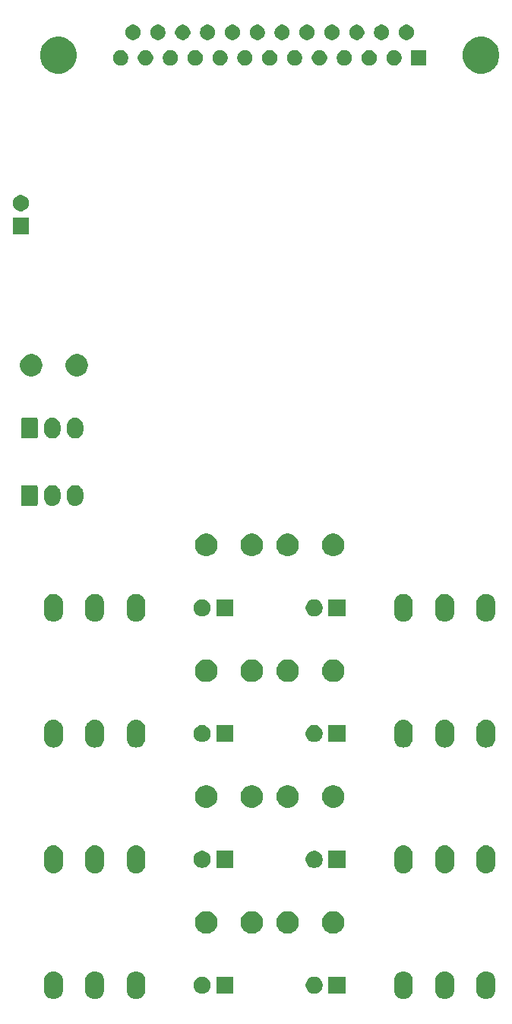
<source format=gbs>
G04 #@! TF.GenerationSoftware,KiCad,Pcbnew,5.1.5*
G04 #@! TF.CreationDate,2020-04-05T13:53:30+02:00*
G04 #@! TF.ProjectId,s7-ioboard,73372d69-6f62-46f6-9172-642e6b696361,16*
G04 #@! TF.SameCoordinates,Original*
G04 #@! TF.FileFunction,Soldermask,Bot*
G04 #@! TF.FilePolarity,Negative*
%FSLAX46Y46*%
G04 Gerber Fmt 4.6, Leading zero omitted, Abs format (unit mm)*
G04 Created by KiCad (PCBNEW 5.1.5) date 2020-04-05 13:53:30*
%MOMM*%
%LPD*%
G04 APERTURE LIST*
%ADD10C,0.100000*%
G04 APERTURE END LIST*
D10*
G36*
X95306031Y-190464207D02*
G01*
X95504145Y-190524305D01*
X95504148Y-190524306D01*
X95570030Y-190559521D01*
X95686729Y-190621897D01*
X95846765Y-190753235D01*
X95978103Y-190913271D01*
X95978104Y-190913273D01*
X96075694Y-191095851D01*
X96075694Y-191095852D01*
X96075695Y-191095854D01*
X96135793Y-191293968D01*
X96151000Y-191448370D01*
X96151000Y-192551630D01*
X96135793Y-192706032D01*
X96075695Y-192904146D01*
X96075694Y-192904149D01*
X96050651Y-192951000D01*
X95978103Y-193086729D01*
X95846765Y-193246765D01*
X95686729Y-193378103D01*
X95600975Y-193423939D01*
X95504149Y-193475694D01*
X95504146Y-193475695D01*
X95306032Y-193535793D01*
X95100000Y-193556085D01*
X94893969Y-193535793D01*
X94695855Y-193475695D01*
X94695852Y-193475694D01*
X94599026Y-193423939D01*
X94513272Y-193378103D01*
X94353236Y-193246765D01*
X94221898Y-193086729D01*
X94199184Y-193044235D01*
X94124305Y-192904147D01*
X94064207Y-192706030D01*
X94049000Y-192551631D01*
X94049000Y-191448370D01*
X94064207Y-191293971D01*
X94064207Y-191293969D01*
X94124305Y-191095855D01*
X94124306Y-191095852D01*
X94159521Y-191029970D01*
X94221897Y-190913271D01*
X94353235Y-190753235D01*
X94513271Y-190621897D01*
X94599025Y-190576061D01*
X94695851Y-190524306D01*
X94695854Y-190524305D01*
X94893968Y-190464207D01*
X95100000Y-190443915D01*
X95306031Y-190464207D01*
G37*
G36*
X125106031Y-190464207D02*
G01*
X125304145Y-190524305D01*
X125304148Y-190524306D01*
X125370030Y-190559521D01*
X125486729Y-190621897D01*
X125646765Y-190753235D01*
X125778103Y-190913271D01*
X125778104Y-190913273D01*
X125875694Y-191095851D01*
X125875694Y-191095852D01*
X125875695Y-191095854D01*
X125935793Y-191293968D01*
X125951000Y-191448370D01*
X125951000Y-192551630D01*
X125935793Y-192706032D01*
X125875695Y-192904146D01*
X125875694Y-192904149D01*
X125850651Y-192951000D01*
X125778103Y-193086729D01*
X125646765Y-193246765D01*
X125486729Y-193378103D01*
X125400975Y-193423939D01*
X125304149Y-193475694D01*
X125304146Y-193475695D01*
X125106032Y-193535793D01*
X124900000Y-193556085D01*
X124693969Y-193535793D01*
X124495855Y-193475695D01*
X124495852Y-193475694D01*
X124399026Y-193423939D01*
X124313272Y-193378103D01*
X124153236Y-193246765D01*
X124021898Y-193086729D01*
X123999184Y-193044235D01*
X123924305Y-192904147D01*
X123864207Y-192706030D01*
X123849000Y-192551631D01*
X123849000Y-191448370D01*
X123864207Y-191293971D01*
X123864207Y-191293969D01*
X123924305Y-191095855D01*
X123924306Y-191095852D01*
X123959521Y-191029970D01*
X124021897Y-190913271D01*
X124153235Y-190753235D01*
X124313271Y-190621897D01*
X124399025Y-190576061D01*
X124495851Y-190524306D01*
X124495854Y-190524305D01*
X124693968Y-190464207D01*
X124900000Y-190443915D01*
X125106031Y-190464207D01*
G37*
G36*
X129706031Y-190464207D02*
G01*
X129904145Y-190524305D01*
X129904148Y-190524306D01*
X129970030Y-190559521D01*
X130086729Y-190621897D01*
X130246765Y-190753235D01*
X130378103Y-190913271D01*
X130378104Y-190913273D01*
X130475694Y-191095851D01*
X130475694Y-191095852D01*
X130475695Y-191095854D01*
X130535793Y-191293968D01*
X130551000Y-191448370D01*
X130551000Y-192551630D01*
X130535793Y-192706032D01*
X130475695Y-192904146D01*
X130475694Y-192904149D01*
X130450651Y-192951000D01*
X130378103Y-193086729D01*
X130246765Y-193246765D01*
X130086729Y-193378103D01*
X130000975Y-193423939D01*
X129904149Y-193475694D01*
X129904146Y-193475695D01*
X129706032Y-193535793D01*
X129500000Y-193556085D01*
X129293969Y-193535793D01*
X129095855Y-193475695D01*
X129095852Y-193475694D01*
X128999026Y-193423939D01*
X128913272Y-193378103D01*
X128753236Y-193246765D01*
X128621898Y-193086729D01*
X128599184Y-193044235D01*
X128524305Y-192904147D01*
X128464207Y-192706030D01*
X128449000Y-192551631D01*
X128449000Y-191448370D01*
X128464207Y-191293971D01*
X128464207Y-191293969D01*
X128524305Y-191095855D01*
X128524306Y-191095852D01*
X128559521Y-191029970D01*
X128621897Y-190913271D01*
X128753235Y-190753235D01*
X128913271Y-190621897D01*
X128999025Y-190576061D01*
X129095851Y-190524306D01*
X129095854Y-190524305D01*
X129293968Y-190464207D01*
X129500000Y-190443915D01*
X129706031Y-190464207D01*
G37*
G36*
X134306031Y-190464207D02*
G01*
X134504145Y-190524305D01*
X134504148Y-190524306D01*
X134570030Y-190559521D01*
X134686729Y-190621897D01*
X134846765Y-190753235D01*
X134978103Y-190913271D01*
X134978104Y-190913273D01*
X135075694Y-191095851D01*
X135075694Y-191095852D01*
X135075695Y-191095854D01*
X135135793Y-191293968D01*
X135151000Y-191448370D01*
X135151000Y-192551630D01*
X135135793Y-192706032D01*
X135075695Y-192904146D01*
X135075694Y-192904149D01*
X135050651Y-192951000D01*
X134978103Y-193086729D01*
X134846765Y-193246765D01*
X134686729Y-193378103D01*
X134600975Y-193423939D01*
X134504149Y-193475694D01*
X134504146Y-193475695D01*
X134306032Y-193535793D01*
X134100000Y-193556085D01*
X133893969Y-193535793D01*
X133695855Y-193475695D01*
X133695852Y-193475694D01*
X133599026Y-193423939D01*
X133513272Y-193378103D01*
X133353236Y-193246765D01*
X133221898Y-193086729D01*
X133199184Y-193044235D01*
X133124305Y-192904147D01*
X133064207Y-192706030D01*
X133049000Y-192551631D01*
X133049000Y-191448370D01*
X133064207Y-191293971D01*
X133064207Y-191293969D01*
X133124305Y-191095855D01*
X133124306Y-191095852D01*
X133159521Y-191029970D01*
X133221897Y-190913271D01*
X133353235Y-190753235D01*
X133513271Y-190621897D01*
X133599025Y-190576061D01*
X133695851Y-190524306D01*
X133695854Y-190524305D01*
X133893968Y-190464207D01*
X134100000Y-190443915D01*
X134306031Y-190464207D01*
G37*
G36*
X86106031Y-190464207D02*
G01*
X86304145Y-190524305D01*
X86304148Y-190524306D01*
X86370030Y-190559521D01*
X86486729Y-190621897D01*
X86646765Y-190753235D01*
X86778103Y-190913271D01*
X86778104Y-190913273D01*
X86875694Y-191095851D01*
X86875694Y-191095852D01*
X86875695Y-191095854D01*
X86935793Y-191293968D01*
X86951000Y-191448370D01*
X86951000Y-192551630D01*
X86935793Y-192706032D01*
X86875695Y-192904146D01*
X86875694Y-192904149D01*
X86850651Y-192951000D01*
X86778103Y-193086729D01*
X86646765Y-193246765D01*
X86486729Y-193378103D01*
X86400975Y-193423939D01*
X86304149Y-193475694D01*
X86304146Y-193475695D01*
X86106032Y-193535793D01*
X85900000Y-193556085D01*
X85693969Y-193535793D01*
X85495855Y-193475695D01*
X85495852Y-193475694D01*
X85399026Y-193423939D01*
X85313272Y-193378103D01*
X85153236Y-193246765D01*
X85021898Y-193086729D01*
X84999184Y-193044235D01*
X84924305Y-192904147D01*
X84864207Y-192706030D01*
X84849000Y-192551631D01*
X84849000Y-191448370D01*
X84864207Y-191293971D01*
X84864207Y-191293969D01*
X84924305Y-191095855D01*
X84924306Y-191095852D01*
X84959521Y-191029970D01*
X85021897Y-190913271D01*
X85153235Y-190753235D01*
X85313271Y-190621897D01*
X85399025Y-190576061D01*
X85495851Y-190524306D01*
X85495854Y-190524305D01*
X85693968Y-190464207D01*
X85900000Y-190443915D01*
X86106031Y-190464207D01*
G37*
G36*
X90706031Y-190464207D02*
G01*
X90904145Y-190524305D01*
X90904148Y-190524306D01*
X90970030Y-190559521D01*
X91086729Y-190621897D01*
X91246765Y-190753235D01*
X91378103Y-190913271D01*
X91378104Y-190913273D01*
X91475694Y-191095851D01*
X91475694Y-191095852D01*
X91475695Y-191095854D01*
X91535793Y-191293968D01*
X91551000Y-191448370D01*
X91551000Y-192551630D01*
X91535793Y-192706032D01*
X91475695Y-192904146D01*
X91475694Y-192904149D01*
X91450651Y-192951000D01*
X91378103Y-193086729D01*
X91246765Y-193246765D01*
X91086729Y-193378103D01*
X91000975Y-193423939D01*
X90904149Y-193475694D01*
X90904146Y-193475695D01*
X90706032Y-193535793D01*
X90500000Y-193556085D01*
X90293969Y-193535793D01*
X90095855Y-193475695D01*
X90095852Y-193475694D01*
X89999026Y-193423939D01*
X89913272Y-193378103D01*
X89753236Y-193246765D01*
X89621898Y-193086729D01*
X89599184Y-193044235D01*
X89524305Y-192904147D01*
X89464207Y-192706030D01*
X89449000Y-192551631D01*
X89449000Y-191448370D01*
X89464207Y-191293971D01*
X89464207Y-191293969D01*
X89524305Y-191095855D01*
X89524306Y-191095852D01*
X89559521Y-191029970D01*
X89621897Y-190913271D01*
X89753235Y-190753235D01*
X89913271Y-190621897D01*
X89999025Y-190576061D01*
X90095851Y-190524306D01*
X90095854Y-190524305D01*
X90293968Y-190464207D01*
X90500000Y-190443915D01*
X90706031Y-190464207D01*
G37*
G36*
X118451000Y-192951000D02*
G01*
X116549000Y-192951000D01*
X116549000Y-191049000D01*
X118451000Y-191049000D01*
X118451000Y-192951000D01*
G37*
G36*
X115237395Y-191085546D02*
G01*
X115410466Y-191157234D01*
X115410467Y-191157235D01*
X115566227Y-191261310D01*
X115698690Y-191393773D01*
X115698691Y-191393775D01*
X115802766Y-191549534D01*
X115874454Y-191722605D01*
X115911000Y-191906333D01*
X115911000Y-192093667D01*
X115874454Y-192277395D01*
X115802766Y-192450466D01*
X115802765Y-192450467D01*
X115698690Y-192606227D01*
X115566227Y-192738690D01*
X115487818Y-192791081D01*
X115410466Y-192842766D01*
X115237395Y-192914454D01*
X115053667Y-192951000D01*
X114866333Y-192951000D01*
X114682605Y-192914454D01*
X114509534Y-192842766D01*
X114432182Y-192791081D01*
X114353773Y-192738690D01*
X114221310Y-192606227D01*
X114117235Y-192450467D01*
X114117234Y-192450466D01*
X114045546Y-192277395D01*
X114009000Y-192093667D01*
X114009000Y-191906333D01*
X114045546Y-191722605D01*
X114117234Y-191549534D01*
X114221309Y-191393775D01*
X114221310Y-191393773D01*
X114353773Y-191261310D01*
X114509533Y-191157235D01*
X114509534Y-191157234D01*
X114682605Y-191085546D01*
X114866333Y-191049000D01*
X115053667Y-191049000D01*
X115237395Y-191085546D01*
G37*
G36*
X105951000Y-192951000D02*
G01*
X104049000Y-192951000D01*
X104049000Y-191049000D01*
X105951000Y-191049000D01*
X105951000Y-192951000D01*
G37*
G36*
X102737395Y-191085546D02*
G01*
X102910466Y-191157234D01*
X102910467Y-191157235D01*
X103066227Y-191261310D01*
X103198690Y-191393773D01*
X103198691Y-191393775D01*
X103302766Y-191549534D01*
X103374454Y-191722605D01*
X103411000Y-191906333D01*
X103411000Y-192093667D01*
X103374454Y-192277395D01*
X103302766Y-192450466D01*
X103302765Y-192450467D01*
X103198690Y-192606227D01*
X103066227Y-192738690D01*
X102987818Y-192791081D01*
X102910466Y-192842766D01*
X102737395Y-192914454D01*
X102553667Y-192951000D01*
X102366333Y-192951000D01*
X102182605Y-192914454D01*
X102009534Y-192842766D01*
X101932182Y-192791081D01*
X101853773Y-192738690D01*
X101721310Y-192606227D01*
X101617235Y-192450467D01*
X101617234Y-192450466D01*
X101545546Y-192277395D01*
X101509000Y-192093667D01*
X101509000Y-191906333D01*
X101545546Y-191722605D01*
X101617234Y-191549534D01*
X101721309Y-191393775D01*
X101721310Y-191393773D01*
X101853773Y-191261310D01*
X102009533Y-191157235D01*
X102009534Y-191157234D01*
X102182605Y-191085546D01*
X102366333Y-191049000D01*
X102553667Y-191049000D01*
X102737395Y-191085546D01*
G37*
G36*
X117444903Y-183797075D02*
G01*
X117672571Y-183891378D01*
X117877466Y-184028285D01*
X118051715Y-184202534D01*
X118188622Y-184407429D01*
X118282925Y-184635097D01*
X118331000Y-184876787D01*
X118331000Y-185123213D01*
X118282925Y-185364903D01*
X118188622Y-185592571D01*
X118051715Y-185797466D01*
X117877466Y-185971715D01*
X117672571Y-186108622D01*
X117672570Y-186108623D01*
X117672569Y-186108623D01*
X117444903Y-186202925D01*
X117203214Y-186251000D01*
X116956786Y-186251000D01*
X116715097Y-186202925D01*
X116487431Y-186108623D01*
X116487430Y-186108623D01*
X116487429Y-186108622D01*
X116282534Y-185971715D01*
X116108285Y-185797466D01*
X115971378Y-185592571D01*
X115877075Y-185364903D01*
X115829000Y-185123213D01*
X115829000Y-184876787D01*
X115877075Y-184635097D01*
X115971378Y-184407429D01*
X116108285Y-184202534D01*
X116282534Y-184028285D01*
X116487429Y-183891378D01*
X116715097Y-183797075D01*
X116956786Y-183749000D01*
X117203214Y-183749000D01*
X117444903Y-183797075D01*
G37*
G36*
X108364903Y-183797075D02*
G01*
X108592571Y-183891378D01*
X108797466Y-184028285D01*
X108971715Y-184202534D01*
X109108622Y-184407429D01*
X109202925Y-184635097D01*
X109251000Y-184876787D01*
X109251000Y-185123213D01*
X109202925Y-185364903D01*
X109108622Y-185592571D01*
X108971715Y-185797466D01*
X108797466Y-185971715D01*
X108592571Y-186108622D01*
X108592570Y-186108623D01*
X108592569Y-186108623D01*
X108364903Y-186202925D01*
X108123214Y-186251000D01*
X107876786Y-186251000D01*
X107635097Y-186202925D01*
X107407431Y-186108623D01*
X107407430Y-186108623D01*
X107407429Y-186108622D01*
X107202534Y-185971715D01*
X107028285Y-185797466D01*
X106891378Y-185592571D01*
X106797075Y-185364903D01*
X106749000Y-185123213D01*
X106749000Y-184876787D01*
X106797075Y-184635097D01*
X106891378Y-184407429D01*
X107028285Y-184202534D01*
X107202534Y-184028285D01*
X107407429Y-183891378D01*
X107635097Y-183797075D01*
X107876786Y-183749000D01*
X108123214Y-183749000D01*
X108364903Y-183797075D01*
G37*
G36*
X112364903Y-183797075D02*
G01*
X112592571Y-183891378D01*
X112797466Y-184028285D01*
X112971715Y-184202534D01*
X113108622Y-184407429D01*
X113202925Y-184635097D01*
X113251000Y-184876787D01*
X113251000Y-185123213D01*
X113202925Y-185364903D01*
X113108622Y-185592571D01*
X112971715Y-185797466D01*
X112797466Y-185971715D01*
X112592571Y-186108622D01*
X112592570Y-186108623D01*
X112592569Y-186108623D01*
X112364903Y-186202925D01*
X112123214Y-186251000D01*
X111876786Y-186251000D01*
X111635097Y-186202925D01*
X111407431Y-186108623D01*
X111407430Y-186108623D01*
X111407429Y-186108622D01*
X111202534Y-185971715D01*
X111028285Y-185797466D01*
X110891378Y-185592571D01*
X110797075Y-185364903D01*
X110749000Y-185123213D01*
X110749000Y-184876787D01*
X110797075Y-184635097D01*
X110891378Y-184407429D01*
X111028285Y-184202534D01*
X111202534Y-184028285D01*
X111407429Y-183891378D01*
X111635097Y-183797075D01*
X111876786Y-183749000D01*
X112123214Y-183749000D01*
X112364903Y-183797075D01*
G37*
G36*
X103284903Y-183797075D02*
G01*
X103512571Y-183891378D01*
X103717466Y-184028285D01*
X103891715Y-184202534D01*
X104028622Y-184407429D01*
X104122925Y-184635097D01*
X104171000Y-184876787D01*
X104171000Y-185123213D01*
X104122925Y-185364903D01*
X104028622Y-185592571D01*
X103891715Y-185797466D01*
X103717466Y-185971715D01*
X103512571Y-186108622D01*
X103512570Y-186108623D01*
X103512569Y-186108623D01*
X103284903Y-186202925D01*
X103043214Y-186251000D01*
X102796786Y-186251000D01*
X102555097Y-186202925D01*
X102327431Y-186108623D01*
X102327430Y-186108623D01*
X102327429Y-186108622D01*
X102122534Y-185971715D01*
X101948285Y-185797466D01*
X101811378Y-185592571D01*
X101717075Y-185364903D01*
X101669000Y-185123213D01*
X101669000Y-184876787D01*
X101717075Y-184635097D01*
X101811378Y-184407429D01*
X101948285Y-184202534D01*
X102122534Y-184028285D01*
X102327429Y-183891378D01*
X102555097Y-183797075D01*
X102796786Y-183749000D01*
X103043214Y-183749000D01*
X103284903Y-183797075D01*
G37*
G36*
X125106031Y-176464207D02*
G01*
X125304145Y-176524305D01*
X125304148Y-176524306D01*
X125370030Y-176559521D01*
X125486729Y-176621897D01*
X125646765Y-176753235D01*
X125778103Y-176913271D01*
X125778104Y-176913273D01*
X125875694Y-177095851D01*
X125875694Y-177095852D01*
X125875695Y-177095854D01*
X125935793Y-177293968D01*
X125951000Y-177448370D01*
X125951000Y-178551630D01*
X125935793Y-178706032D01*
X125875695Y-178904146D01*
X125875694Y-178904149D01*
X125850651Y-178951000D01*
X125778103Y-179086729D01*
X125646765Y-179246765D01*
X125486729Y-179378103D01*
X125400975Y-179423939D01*
X125304149Y-179475694D01*
X125304146Y-179475695D01*
X125106032Y-179535793D01*
X124900000Y-179556085D01*
X124693969Y-179535793D01*
X124495855Y-179475695D01*
X124495852Y-179475694D01*
X124399026Y-179423939D01*
X124313272Y-179378103D01*
X124153236Y-179246765D01*
X124021898Y-179086729D01*
X123999184Y-179044234D01*
X123924305Y-178904147D01*
X123864207Y-178706030D01*
X123849000Y-178551631D01*
X123849000Y-177448370D01*
X123864207Y-177293971D01*
X123864207Y-177293969D01*
X123924305Y-177095855D01*
X123924306Y-177095852D01*
X123959521Y-177029970D01*
X124021897Y-176913271D01*
X124153235Y-176753235D01*
X124313271Y-176621897D01*
X124399025Y-176576061D01*
X124495851Y-176524306D01*
X124495854Y-176524305D01*
X124693968Y-176464207D01*
X124900000Y-176443915D01*
X125106031Y-176464207D01*
G37*
G36*
X90706031Y-176464207D02*
G01*
X90904145Y-176524305D01*
X90904148Y-176524306D01*
X90970030Y-176559521D01*
X91086729Y-176621897D01*
X91246765Y-176753235D01*
X91378103Y-176913271D01*
X91378104Y-176913273D01*
X91475694Y-177095851D01*
X91475694Y-177095852D01*
X91475695Y-177095854D01*
X91535793Y-177293968D01*
X91551000Y-177448370D01*
X91551000Y-178551630D01*
X91535793Y-178706032D01*
X91475695Y-178904146D01*
X91475694Y-178904149D01*
X91450651Y-178951000D01*
X91378103Y-179086729D01*
X91246765Y-179246765D01*
X91086729Y-179378103D01*
X91000975Y-179423939D01*
X90904149Y-179475694D01*
X90904146Y-179475695D01*
X90706032Y-179535793D01*
X90500000Y-179556085D01*
X90293969Y-179535793D01*
X90095855Y-179475695D01*
X90095852Y-179475694D01*
X89999026Y-179423939D01*
X89913272Y-179378103D01*
X89753236Y-179246765D01*
X89621898Y-179086729D01*
X89599184Y-179044234D01*
X89524305Y-178904147D01*
X89464207Y-178706030D01*
X89449000Y-178551631D01*
X89449000Y-177448370D01*
X89464207Y-177293971D01*
X89464207Y-177293969D01*
X89524305Y-177095855D01*
X89524306Y-177095852D01*
X89559521Y-177029970D01*
X89621897Y-176913271D01*
X89753235Y-176753235D01*
X89913271Y-176621897D01*
X89999025Y-176576061D01*
X90095851Y-176524306D01*
X90095854Y-176524305D01*
X90293968Y-176464207D01*
X90500000Y-176443915D01*
X90706031Y-176464207D01*
G37*
G36*
X86106031Y-176464207D02*
G01*
X86304145Y-176524305D01*
X86304148Y-176524306D01*
X86370030Y-176559521D01*
X86486729Y-176621897D01*
X86646765Y-176753235D01*
X86778103Y-176913271D01*
X86778104Y-176913273D01*
X86875694Y-177095851D01*
X86875694Y-177095852D01*
X86875695Y-177095854D01*
X86935793Y-177293968D01*
X86951000Y-177448370D01*
X86951000Y-178551630D01*
X86935793Y-178706032D01*
X86875695Y-178904146D01*
X86875694Y-178904149D01*
X86850651Y-178951000D01*
X86778103Y-179086729D01*
X86646765Y-179246765D01*
X86486729Y-179378103D01*
X86400975Y-179423939D01*
X86304149Y-179475694D01*
X86304146Y-179475695D01*
X86106032Y-179535793D01*
X85900000Y-179556085D01*
X85693969Y-179535793D01*
X85495855Y-179475695D01*
X85495852Y-179475694D01*
X85399026Y-179423939D01*
X85313272Y-179378103D01*
X85153236Y-179246765D01*
X85021898Y-179086729D01*
X84999184Y-179044234D01*
X84924305Y-178904147D01*
X84864207Y-178706030D01*
X84849000Y-178551631D01*
X84849000Y-177448370D01*
X84864207Y-177293971D01*
X84864207Y-177293969D01*
X84924305Y-177095855D01*
X84924306Y-177095852D01*
X84959521Y-177029970D01*
X85021897Y-176913271D01*
X85153235Y-176753235D01*
X85313271Y-176621897D01*
X85399025Y-176576061D01*
X85495851Y-176524306D01*
X85495854Y-176524305D01*
X85693968Y-176464207D01*
X85900000Y-176443915D01*
X86106031Y-176464207D01*
G37*
G36*
X95306031Y-176464207D02*
G01*
X95504145Y-176524305D01*
X95504148Y-176524306D01*
X95570030Y-176559521D01*
X95686729Y-176621897D01*
X95846765Y-176753235D01*
X95978103Y-176913271D01*
X95978104Y-176913273D01*
X96075694Y-177095851D01*
X96075694Y-177095852D01*
X96075695Y-177095854D01*
X96135793Y-177293968D01*
X96151000Y-177448370D01*
X96151000Y-178551630D01*
X96135793Y-178706032D01*
X96075695Y-178904146D01*
X96075694Y-178904149D01*
X96050651Y-178951000D01*
X95978103Y-179086729D01*
X95846765Y-179246765D01*
X95686729Y-179378103D01*
X95600975Y-179423939D01*
X95504149Y-179475694D01*
X95504146Y-179475695D01*
X95306032Y-179535793D01*
X95100000Y-179556085D01*
X94893969Y-179535793D01*
X94695855Y-179475695D01*
X94695852Y-179475694D01*
X94599026Y-179423939D01*
X94513272Y-179378103D01*
X94353236Y-179246765D01*
X94221898Y-179086729D01*
X94199184Y-179044234D01*
X94124305Y-178904147D01*
X94064207Y-178706030D01*
X94049000Y-178551631D01*
X94049000Y-177448370D01*
X94064207Y-177293971D01*
X94064207Y-177293969D01*
X94124305Y-177095855D01*
X94124306Y-177095852D01*
X94159521Y-177029970D01*
X94221897Y-176913271D01*
X94353235Y-176753235D01*
X94513271Y-176621897D01*
X94599025Y-176576061D01*
X94695851Y-176524306D01*
X94695854Y-176524305D01*
X94893968Y-176464207D01*
X95100000Y-176443915D01*
X95306031Y-176464207D01*
G37*
G36*
X129706031Y-176464207D02*
G01*
X129904145Y-176524305D01*
X129904148Y-176524306D01*
X129970030Y-176559521D01*
X130086729Y-176621897D01*
X130246765Y-176753235D01*
X130378103Y-176913271D01*
X130378104Y-176913273D01*
X130475694Y-177095851D01*
X130475694Y-177095852D01*
X130475695Y-177095854D01*
X130535793Y-177293968D01*
X130551000Y-177448370D01*
X130551000Y-178551630D01*
X130535793Y-178706032D01*
X130475695Y-178904146D01*
X130475694Y-178904149D01*
X130450651Y-178951000D01*
X130378103Y-179086729D01*
X130246765Y-179246765D01*
X130086729Y-179378103D01*
X130000975Y-179423939D01*
X129904149Y-179475694D01*
X129904146Y-179475695D01*
X129706032Y-179535793D01*
X129500000Y-179556085D01*
X129293969Y-179535793D01*
X129095855Y-179475695D01*
X129095852Y-179475694D01*
X128999026Y-179423939D01*
X128913272Y-179378103D01*
X128753236Y-179246765D01*
X128621898Y-179086729D01*
X128599184Y-179044234D01*
X128524305Y-178904147D01*
X128464207Y-178706030D01*
X128449000Y-178551631D01*
X128449000Y-177448370D01*
X128464207Y-177293971D01*
X128464207Y-177293969D01*
X128524305Y-177095855D01*
X128524306Y-177095852D01*
X128559521Y-177029970D01*
X128621897Y-176913271D01*
X128753235Y-176753235D01*
X128913271Y-176621897D01*
X128999025Y-176576061D01*
X129095851Y-176524306D01*
X129095854Y-176524305D01*
X129293968Y-176464207D01*
X129500000Y-176443915D01*
X129706031Y-176464207D01*
G37*
G36*
X134306031Y-176464207D02*
G01*
X134504145Y-176524305D01*
X134504148Y-176524306D01*
X134570030Y-176559521D01*
X134686729Y-176621897D01*
X134846765Y-176753235D01*
X134978103Y-176913271D01*
X134978104Y-176913273D01*
X135075694Y-177095851D01*
X135075694Y-177095852D01*
X135075695Y-177095854D01*
X135135793Y-177293968D01*
X135151000Y-177448370D01*
X135151000Y-178551630D01*
X135135793Y-178706032D01*
X135075695Y-178904146D01*
X135075694Y-178904149D01*
X135050651Y-178951000D01*
X134978103Y-179086729D01*
X134846765Y-179246765D01*
X134686729Y-179378103D01*
X134600975Y-179423939D01*
X134504149Y-179475694D01*
X134504146Y-179475695D01*
X134306032Y-179535793D01*
X134100000Y-179556085D01*
X133893969Y-179535793D01*
X133695855Y-179475695D01*
X133695852Y-179475694D01*
X133599026Y-179423939D01*
X133513272Y-179378103D01*
X133353236Y-179246765D01*
X133221898Y-179086729D01*
X133199184Y-179044234D01*
X133124305Y-178904147D01*
X133064207Y-178706030D01*
X133049000Y-178551631D01*
X133049000Y-177448370D01*
X133064207Y-177293971D01*
X133064207Y-177293969D01*
X133124305Y-177095855D01*
X133124306Y-177095852D01*
X133159521Y-177029970D01*
X133221897Y-176913271D01*
X133353235Y-176753235D01*
X133513271Y-176621897D01*
X133599025Y-176576061D01*
X133695851Y-176524306D01*
X133695854Y-176524305D01*
X133893968Y-176464207D01*
X134100000Y-176443915D01*
X134306031Y-176464207D01*
G37*
G36*
X118451000Y-178951000D02*
G01*
X116549000Y-178951000D01*
X116549000Y-177049000D01*
X118451000Y-177049000D01*
X118451000Y-178951000D01*
G37*
G36*
X115237395Y-177085546D02*
G01*
X115410466Y-177157234D01*
X115410467Y-177157235D01*
X115566227Y-177261310D01*
X115698690Y-177393773D01*
X115698691Y-177393775D01*
X115802766Y-177549534D01*
X115874454Y-177722605D01*
X115911000Y-177906333D01*
X115911000Y-178093667D01*
X115874454Y-178277395D01*
X115802766Y-178450466D01*
X115802765Y-178450467D01*
X115698690Y-178606227D01*
X115566227Y-178738690D01*
X115487818Y-178791081D01*
X115410466Y-178842766D01*
X115237395Y-178914454D01*
X115053667Y-178951000D01*
X114866333Y-178951000D01*
X114682605Y-178914454D01*
X114509534Y-178842766D01*
X114432182Y-178791081D01*
X114353773Y-178738690D01*
X114221310Y-178606227D01*
X114117235Y-178450467D01*
X114117234Y-178450466D01*
X114045546Y-178277395D01*
X114009000Y-178093667D01*
X114009000Y-177906333D01*
X114045546Y-177722605D01*
X114117234Y-177549534D01*
X114221309Y-177393775D01*
X114221310Y-177393773D01*
X114353773Y-177261310D01*
X114509533Y-177157235D01*
X114509534Y-177157234D01*
X114682605Y-177085546D01*
X114866333Y-177049000D01*
X115053667Y-177049000D01*
X115237395Y-177085546D01*
G37*
G36*
X102737395Y-177085546D02*
G01*
X102910466Y-177157234D01*
X102910467Y-177157235D01*
X103066227Y-177261310D01*
X103198690Y-177393773D01*
X103198691Y-177393775D01*
X103302766Y-177549534D01*
X103374454Y-177722605D01*
X103411000Y-177906333D01*
X103411000Y-178093667D01*
X103374454Y-178277395D01*
X103302766Y-178450466D01*
X103302765Y-178450467D01*
X103198690Y-178606227D01*
X103066227Y-178738690D01*
X102987818Y-178791081D01*
X102910466Y-178842766D01*
X102737395Y-178914454D01*
X102553667Y-178951000D01*
X102366333Y-178951000D01*
X102182605Y-178914454D01*
X102009534Y-178842766D01*
X101932182Y-178791081D01*
X101853773Y-178738690D01*
X101721310Y-178606227D01*
X101617235Y-178450467D01*
X101617234Y-178450466D01*
X101545546Y-178277395D01*
X101509000Y-178093667D01*
X101509000Y-177906333D01*
X101545546Y-177722605D01*
X101617234Y-177549534D01*
X101721309Y-177393775D01*
X101721310Y-177393773D01*
X101853773Y-177261310D01*
X102009533Y-177157235D01*
X102009534Y-177157234D01*
X102182605Y-177085546D01*
X102366333Y-177049000D01*
X102553667Y-177049000D01*
X102737395Y-177085546D01*
G37*
G36*
X105951000Y-178951000D02*
G01*
X104049000Y-178951000D01*
X104049000Y-177049000D01*
X105951000Y-177049000D01*
X105951000Y-178951000D01*
G37*
G36*
X117444903Y-169797075D02*
G01*
X117672571Y-169891378D01*
X117877466Y-170028285D01*
X118051715Y-170202534D01*
X118188622Y-170407429D01*
X118282925Y-170635097D01*
X118331000Y-170876787D01*
X118331000Y-171123213D01*
X118282925Y-171364903D01*
X118188622Y-171592571D01*
X118051715Y-171797466D01*
X117877466Y-171971715D01*
X117672571Y-172108622D01*
X117672570Y-172108623D01*
X117672569Y-172108623D01*
X117444903Y-172202925D01*
X117203214Y-172251000D01*
X116956786Y-172251000D01*
X116715097Y-172202925D01*
X116487431Y-172108623D01*
X116487430Y-172108623D01*
X116487429Y-172108622D01*
X116282534Y-171971715D01*
X116108285Y-171797466D01*
X115971378Y-171592571D01*
X115877075Y-171364903D01*
X115829000Y-171123213D01*
X115829000Y-170876787D01*
X115877075Y-170635097D01*
X115971378Y-170407429D01*
X116108285Y-170202534D01*
X116282534Y-170028285D01*
X116487429Y-169891378D01*
X116715097Y-169797075D01*
X116956786Y-169749000D01*
X117203214Y-169749000D01*
X117444903Y-169797075D01*
G37*
G36*
X103284903Y-169797075D02*
G01*
X103512571Y-169891378D01*
X103717466Y-170028285D01*
X103891715Y-170202534D01*
X104028622Y-170407429D01*
X104122925Y-170635097D01*
X104171000Y-170876787D01*
X104171000Y-171123213D01*
X104122925Y-171364903D01*
X104028622Y-171592571D01*
X103891715Y-171797466D01*
X103717466Y-171971715D01*
X103512571Y-172108622D01*
X103512570Y-172108623D01*
X103512569Y-172108623D01*
X103284903Y-172202925D01*
X103043214Y-172251000D01*
X102796786Y-172251000D01*
X102555097Y-172202925D01*
X102327431Y-172108623D01*
X102327430Y-172108623D01*
X102327429Y-172108622D01*
X102122534Y-171971715D01*
X101948285Y-171797466D01*
X101811378Y-171592571D01*
X101717075Y-171364903D01*
X101669000Y-171123213D01*
X101669000Y-170876787D01*
X101717075Y-170635097D01*
X101811378Y-170407429D01*
X101948285Y-170202534D01*
X102122534Y-170028285D01*
X102327429Y-169891378D01*
X102555097Y-169797075D01*
X102796786Y-169749000D01*
X103043214Y-169749000D01*
X103284903Y-169797075D01*
G37*
G36*
X108364903Y-169797075D02*
G01*
X108592571Y-169891378D01*
X108797466Y-170028285D01*
X108971715Y-170202534D01*
X109108622Y-170407429D01*
X109202925Y-170635097D01*
X109251000Y-170876787D01*
X109251000Y-171123213D01*
X109202925Y-171364903D01*
X109108622Y-171592571D01*
X108971715Y-171797466D01*
X108797466Y-171971715D01*
X108592571Y-172108622D01*
X108592570Y-172108623D01*
X108592569Y-172108623D01*
X108364903Y-172202925D01*
X108123214Y-172251000D01*
X107876786Y-172251000D01*
X107635097Y-172202925D01*
X107407431Y-172108623D01*
X107407430Y-172108623D01*
X107407429Y-172108622D01*
X107202534Y-171971715D01*
X107028285Y-171797466D01*
X106891378Y-171592571D01*
X106797075Y-171364903D01*
X106749000Y-171123213D01*
X106749000Y-170876787D01*
X106797075Y-170635097D01*
X106891378Y-170407429D01*
X107028285Y-170202534D01*
X107202534Y-170028285D01*
X107407429Y-169891378D01*
X107635097Y-169797075D01*
X107876786Y-169749000D01*
X108123214Y-169749000D01*
X108364903Y-169797075D01*
G37*
G36*
X112364903Y-169797075D02*
G01*
X112592571Y-169891378D01*
X112797466Y-170028285D01*
X112971715Y-170202534D01*
X113108622Y-170407429D01*
X113202925Y-170635097D01*
X113251000Y-170876787D01*
X113251000Y-171123213D01*
X113202925Y-171364903D01*
X113108622Y-171592571D01*
X112971715Y-171797466D01*
X112797466Y-171971715D01*
X112592571Y-172108622D01*
X112592570Y-172108623D01*
X112592569Y-172108623D01*
X112364903Y-172202925D01*
X112123214Y-172251000D01*
X111876786Y-172251000D01*
X111635097Y-172202925D01*
X111407431Y-172108623D01*
X111407430Y-172108623D01*
X111407429Y-172108622D01*
X111202534Y-171971715D01*
X111028285Y-171797466D01*
X110891378Y-171592571D01*
X110797075Y-171364903D01*
X110749000Y-171123213D01*
X110749000Y-170876787D01*
X110797075Y-170635097D01*
X110891378Y-170407429D01*
X111028285Y-170202534D01*
X111202534Y-170028285D01*
X111407429Y-169891378D01*
X111635097Y-169797075D01*
X111876786Y-169749000D01*
X112123214Y-169749000D01*
X112364903Y-169797075D01*
G37*
G36*
X134306031Y-162464207D02*
G01*
X134504145Y-162524305D01*
X134504148Y-162524306D01*
X134570030Y-162559521D01*
X134686729Y-162621897D01*
X134846765Y-162753235D01*
X134978103Y-162913271D01*
X134978104Y-162913273D01*
X135075694Y-163095851D01*
X135075694Y-163095852D01*
X135075695Y-163095854D01*
X135135793Y-163293968D01*
X135151000Y-163448370D01*
X135151000Y-164551630D01*
X135135793Y-164706032D01*
X135075695Y-164904146D01*
X135075694Y-164904149D01*
X135050651Y-164951000D01*
X134978103Y-165086729D01*
X134846765Y-165246765D01*
X134686729Y-165378103D01*
X134600975Y-165423939D01*
X134504149Y-165475694D01*
X134504146Y-165475695D01*
X134306032Y-165535793D01*
X134100000Y-165556085D01*
X133893969Y-165535793D01*
X133695855Y-165475695D01*
X133695852Y-165475694D01*
X133599026Y-165423939D01*
X133513272Y-165378103D01*
X133353236Y-165246765D01*
X133221898Y-165086729D01*
X133199184Y-165044235D01*
X133124305Y-164904147D01*
X133064207Y-164706030D01*
X133049000Y-164551631D01*
X133049000Y-163448370D01*
X133064207Y-163293971D01*
X133064207Y-163293969D01*
X133124305Y-163095855D01*
X133124306Y-163095852D01*
X133159521Y-163029970D01*
X133221897Y-162913271D01*
X133353235Y-162753235D01*
X133513271Y-162621897D01*
X133599025Y-162576061D01*
X133695851Y-162524306D01*
X133695854Y-162524305D01*
X133893968Y-162464207D01*
X134100000Y-162443915D01*
X134306031Y-162464207D01*
G37*
G36*
X95306031Y-162464207D02*
G01*
X95504145Y-162524305D01*
X95504148Y-162524306D01*
X95570030Y-162559521D01*
X95686729Y-162621897D01*
X95846765Y-162753235D01*
X95978103Y-162913271D01*
X95978104Y-162913273D01*
X96075694Y-163095851D01*
X96075694Y-163095852D01*
X96075695Y-163095854D01*
X96135793Y-163293968D01*
X96151000Y-163448370D01*
X96151000Y-164551630D01*
X96135793Y-164706032D01*
X96075695Y-164904146D01*
X96075694Y-164904149D01*
X96050651Y-164951000D01*
X95978103Y-165086729D01*
X95846765Y-165246765D01*
X95686729Y-165378103D01*
X95600975Y-165423939D01*
X95504149Y-165475694D01*
X95504146Y-165475695D01*
X95306032Y-165535793D01*
X95100000Y-165556085D01*
X94893969Y-165535793D01*
X94695855Y-165475695D01*
X94695852Y-165475694D01*
X94599026Y-165423939D01*
X94513272Y-165378103D01*
X94353236Y-165246765D01*
X94221898Y-165086729D01*
X94199184Y-165044235D01*
X94124305Y-164904147D01*
X94064207Y-164706030D01*
X94049000Y-164551631D01*
X94049000Y-163448370D01*
X94064207Y-163293971D01*
X94064207Y-163293969D01*
X94124305Y-163095855D01*
X94124306Y-163095852D01*
X94159521Y-163029970D01*
X94221897Y-162913271D01*
X94353235Y-162753235D01*
X94513271Y-162621897D01*
X94599025Y-162576061D01*
X94695851Y-162524306D01*
X94695854Y-162524305D01*
X94893968Y-162464207D01*
X95100000Y-162443915D01*
X95306031Y-162464207D01*
G37*
G36*
X125106031Y-162464207D02*
G01*
X125304145Y-162524305D01*
X125304148Y-162524306D01*
X125370030Y-162559521D01*
X125486729Y-162621897D01*
X125646765Y-162753235D01*
X125778103Y-162913271D01*
X125778104Y-162913273D01*
X125875694Y-163095851D01*
X125875694Y-163095852D01*
X125875695Y-163095854D01*
X125935793Y-163293968D01*
X125951000Y-163448370D01*
X125951000Y-164551630D01*
X125935793Y-164706032D01*
X125875695Y-164904146D01*
X125875694Y-164904149D01*
X125850651Y-164951000D01*
X125778103Y-165086729D01*
X125646765Y-165246765D01*
X125486729Y-165378103D01*
X125400975Y-165423939D01*
X125304149Y-165475694D01*
X125304146Y-165475695D01*
X125106032Y-165535793D01*
X124900000Y-165556085D01*
X124693969Y-165535793D01*
X124495855Y-165475695D01*
X124495852Y-165475694D01*
X124399026Y-165423939D01*
X124313272Y-165378103D01*
X124153236Y-165246765D01*
X124021898Y-165086729D01*
X123999184Y-165044235D01*
X123924305Y-164904147D01*
X123864207Y-164706030D01*
X123849000Y-164551631D01*
X123849000Y-163448370D01*
X123864207Y-163293971D01*
X123864207Y-163293969D01*
X123924305Y-163095855D01*
X123924306Y-163095852D01*
X123959521Y-163029970D01*
X124021897Y-162913271D01*
X124153235Y-162753235D01*
X124313271Y-162621897D01*
X124399025Y-162576061D01*
X124495851Y-162524306D01*
X124495854Y-162524305D01*
X124693968Y-162464207D01*
X124900000Y-162443915D01*
X125106031Y-162464207D01*
G37*
G36*
X129706031Y-162464207D02*
G01*
X129904145Y-162524305D01*
X129904148Y-162524306D01*
X129970030Y-162559521D01*
X130086729Y-162621897D01*
X130246765Y-162753235D01*
X130378103Y-162913271D01*
X130378104Y-162913273D01*
X130475694Y-163095851D01*
X130475694Y-163095852D01*
X130475695Y-163095854D01*
X130535793Y-163293968D01*
X130551000Y-163448370D01*
X130551000Y-164551630D01*
X130535793Y-164706032D01*
X130475695Y-164904146D01*
X130475694Y-164904149D01*
X130450651Y-164951000D01*
X130378103Y-165086729D01*
X130246765Y-165246765D01*
X130086729Y-165378103D01*
X130000975Y-165423939D01*
X129904149Y-165475694D01*
X129904146Y-165475695D01*
X129706032Y-165535793D01*
X129500000Y-165556085D01*
X129293969Y-165535793D01*
X129095855Y-165475695D01*
X129095852Y-165475694D01*
X128999026Y-165423939D01*
X128913272Y-165378103D01*
X128753236Y-165246765D01*
X128621898Y-165086729D01*
X128599184Y-165044235D01*
X128524305Y-164904147D01*
X128464207Y-164706030D01*
X128449000Y-164551631D01*
X128449000Y-163448370D01*
X128464207Y-163293971D01*
X128464207Y-163293969D01*
X128524305Y-163095855D01*
X128524306Y-163095852D01*
X128559521Y-163029970D01*
X128621897Y-162913271D01*
X128753235Y-162753235D01*
X128913271Y-162621897D01*
X128999025Y-162576061D01*
X129095851Y-162524306D01*
X129095854Y-162524305D01*
X129293968Y-162464207D01*
X129500000Y-162443915D01*
X129706031Y-162464207D01*
G37*
G36*
X90706031Y-162464207D02*
G01*
X90904145Y-162524305D01*
X90904148Y-162524306D01*
X90970030Y-162559521D01*
X91086729Y-162621897D01*
X91246765Y-162753235D01*
X91378103Y-162913271D01*
X91378104Y-162913273D01*
X91475694Y-163095851D01*
X91475694Y-163095852D01*
X91475695Y-163095854D01*
X91535793Y-163293968D01*
X91551000Y-163448370D01*
X91551000Y-164551630D01*
X91535793Y-164706032D01*
X91475695Y-164904146D01*
X91475694Y-164904149D01*
X91450651Y-164951000D01*
X91378103Y-165086729D01*
X91246765Y-165246765D01*
X91086729Y-165378103D01*
X91000975Y-165423939D01*
X90904149Y-165475694D01*
X90904146Y-165475695D01*
X90706032Y-165535793D01*
X90500000Y-165556085D01*
X90293969Y-165535793D01*
X90095855Y-165475695D01*
X90095852Y-165475694D01*
X89999026Y-165423939D01*
X89913272Y-165378103D01*
X89753236Y-165246765D01*
X89621898Y-165086729D01*
X89599184Y-165044235D01*
X89524305Y-164904147D01*
X89464207Y-164706030D01*
X89449000Y-164551631D01*
X89449000Y-163448370D01*
X89464207Y-163293971D01*
X89464207Y-163293969D01*
X89524305Y-163095855D01*
X89524306Y-163095852D01*
X89559521Y-163029970D01*
X89621897Y-162913271D01*
X89753235Y-162753235D01*
X89913271Y-162621897D01*
X89999025Y-162576061D01*
X90095851Y-162524306D01*
X90095854Y-162524305D01*
X90293968Y-162464207D01*
X90500000Y-162443915D01*
X90706031Y-162464207D01*
G37*
G36*
X86106031Y-162464207D02*
G01*
X86304145Y-162524305D01*
X86304148Y-162524306D01*
X86370030Y-162559521D01*
X86486729Y-162621897D01*
X86646765Y-162753235D01*
X86778103Y-162913271D01*
X86778104Y-162913273D01*
X86875694Y-163095851D01*
X86875694Y-163095852D01*
X86875695Y-163095854D01*
X86935793Y-163293968D01*
X86951000Y-163448370D01*
X86951000Y-164551630D01*
X86935793Y-164706032D01*
X86875695Y-164904146D01*
X86875694Y-164904149D01*
X86850651Y-164951000D01*
X86778103Y-165086729D01*
X86646765Y-165246765D01*
X86486729Y-165378103D01*
X86400975Y-165423939D01*
X86304149Y-165475694D01*
X86304146Y-165475695D01*
X86106032Y-165535793D01*
X85900000Y-165556085D01*
X85693969Y-165535793D01*
X85495855Y-165475695D01*
X85495852Y-165475694D01*
X85399026Y-165423939D01*
X85313272Y-165378103D01*
X85153236Y-165246765D01*
X85021898Y-165086729D01*
X84999184Y-165044235D01*
X84924305Y-164904147D01*
X84864207Y-164706030D01*
X84849000Y-164551631D01*
X84849000Y-163448370D01*
X84864207Y-163293971D01*
X84864207Y-163293969D01*
X84924305Y-163095855D01*
X84924306Y-163095852D01*
X84959521Y-163029970D01*
X85021897Y-162913271D01*
X85153235Y-162753235D01*
X85313271Y-162621897D01*
X85399025Y-162576061D01*
X85495851Y-162524306D01*
X85495854Y-162524305D01*
X85693968Y-162464207D01*
X85900000Y-162443915D01*
X86106031Y-162464207D01*
G37*
G36*
X102737395Y-163085546D02*
G01*
X102910466Y-163157234D01*
X102910467Y-163157235D01*
X103066227Y-163261310D01*
X103198690Y-163393773D01*
X103198691Y-163393775D01*
X103302766Y-163549534D01*
X103374454Y-163722605D01*
X103411000Y-163906333D01*
X103411000Y-164093667D01*
X103374454Y-164277395D01*
X103302766Y-164450466D01*
X103302765Y-164450467D01*
X103198690Y-164606227D01*
X103066227Y-164738690D01*
X102987818Y-164791081D01*
X102910466Y-164842766D01*
X102737395Y-164914454D01*
X102553667Y-164951000D01*
X102366333Y-164951000D01*
X102182605Y-164914454D01*
X102009534Y-164842766D01*
X101932182Y-164791081D01*
X101853773Y-164738690D01*
X101721310Y-164606227D01*
X101617235Y-164450467D01*
X101617234Y-164450466D01*
X101545546Y-164277395D01*
X101509000Y-164093667D01*
X101509000Y-163906333D01*
X101545546Y-163722605D01*
X101617234Y-163549534D01*
X101721309Y-163393775D01*
X101721310Y-163393773D01*
X101853773Y-163261310D01*
X102009533Y-163157235D01*
X102009534Y-163157234D01*
X102182605Y-163085546D01*
X102366333Y-163049000D01*
X102553667Y-163049000D01*
X102737395Y-163085546D01*
G37*
G36*
X118451000Y-164951000D02*
G01*
X116549000Y-164951000D01*
X116549000Y-163049000D01*
X118451000Y-163049000D01*
X118451000Y-164951000D01*
G37*
G36*
X115237395Y-163085546D02*
G01*
X115410466Y-163157234D01*
X115410467Y-163157235D01*
X115566227Y-163261310D01*
X115698690Y-163393773D01*
X115698691Y-163393775D01*
X115802766Y-163549534D01*
X115874454Y-163722605D01*
X115911000Y-163906333D01*
X115911000Y-164093667D01*
X115874454Y-164277395D01*
X115802766Y-164450466D01*
X115802765Y-164450467D01*
X115698690Y-164606227D01*
X115566227Y-164738690D01*
X115487818Y-164791081D01*
X115410466Y-164842766D01*
X115237395Y-164914454D01*
X115053667Y-164951000D01*
X114866333Y-164951000D01*
X114682605Y-164914454D01*
X114509534Y-164842766D01*
X114432182Y-164791081D01*
X114353773Y-164738690D01*
X114221310Y-164606227D01*
X114117235Y-164450467D01*
X114117234Y-164450466D01*
X114045546Y-164277395D01*
X114009000Y-164093667D01*
X114009000Y-163906333D01*
X114045546Y-163722605D01*
X114117234Y-163549534D01*
X114221309Y-163393775D01*
X114221310Y-163393773D01*
X114353773Y-163261310D01*
X114509533Y-163157235D01*
X114509534Y-163157234D01*
X114682605Y-163085546D01*
X114866333Y-163049000D01*
X115053667Y-163049000D01*
X115237395Y-163085546D01*
G37*
G36*
X105951000Y-164951000D02*
G01*
X104049000Y-164951000D01*
X104049000Y-163049000D01*
X105951000Y-163049000D01*
X105951000Y-164951000D01*
G37*
G36*
X112364903Y-155797075D02*
G01*
X112592571Y-155891378D01*
X112797466Y-156028285D01*
X112971715Y-156202534D01*
X113108622Y-156407429D01*
X113202925Y-156635097D01*
X113251000Y-156876787D01*
X113251000Y-157123213D01*
X113202925Y-157364903D01*
X113108622Y-157592571D01*
X112971715Y-157797466D01*
X112797466Y-157971715D01*
X112592571Y-158108622D01*
X112592570Y-158108623D01*
X112592569Y-158108623D01*
X112364903Y-158202925D01*
X112123214Y-158251000D01*
X111876786Y-158251000D01*
X111635097Y-158202925D01*
X111407431Y-158108623D01*
X111407430Y-158108623D01*
X111407429Y-158108622D01*
X111202534Y-157971715D01*
X111028285Y-157797466D01*
X110891378Y-157592571D01*
X110797075Y-157364903D01*
X110749000Y-157123213D01*
X110749000Y-156876787D01*
X110797075Y-156635097D01*
X110891378Y-156407429D01*
X111028285Y-156202534D01*
X111202534Y-156028285D01*
X111407429Y-155891378D01*
X111635097Y-155797075D01*
X111876786Y-155749000D01*
X112123214Y-155749000D01*
X112364903Y-155797075D01*
G37*
G36*
X117444903Y-155797075D02*
G01*
X117672571Y-155891378D01*
X117877466Y-156028285D01*
X118051715Y-156202534D01*
X118188622Y-156407429D01*
X118282925Y-156635097D01*
X118331000Y-156876787D01*
X118331000Y-157123213D01*
X118282925Y-157364903D01*
X118188622Y-157592571D01*
X118051715Y-157797466D01*
X117877466Y-157971715D01*
X117672571Y-158108622D01*
X117672570Y-158108623D01*
X117672569Y-158108623D01*
X117444903Y-158202925D01*
X117203214Y-158251000D01*
X116956786Y-158251000D01*
X116715097Y-158202925D01*
X116487431Y-158108623D01*
X116487430Y-158108623D01*
X116487429Y-158108622D01*
X116282534Y-157971715D01*
X116108285Y-157797466D01*
X115971378Y-157592571D01*
X115877075Y-157364903D01*
X115829000Y-157123213D01*
X115829000Y-156876787D01*
X115877075Y-156635097D01*
X115971378Y-156407429D01*
X116108285Y-156202534D01*
X116282534Y-156028285D01*
X116487429Y-155891378D01*
X116715097Y-155797075D01*
X116956786Y-155749000D01*
X117203214Y-155749000D01*
X117444903Y-155797075D01*
G37*
G36*
X108364903Y-155797075D02*
G01*
X108592571Y-155891378D01*
X108797466Y-156028285D01*
X108971715Y-156202534D01*
X109108622Y-156407429D01*
X109202925Y-156635097D01*
X109251000Y-156876787D01*
X109251000Y-157123213D01*
X109202925Y-157364903D01*
X109108622Y-157592571D01*
X108971715Y-157797466D01*
X108797466Y-157971715D01*
X108592571Y-158108622D01*
X108592570Y-158108623D01*
X108592569Y-158108623D01*
X108364903Y-158202925D01*
X108123214Y-158251000D01*
X107876786Y-158251000D01*
X107635097Y-158202925D01*
X107407431Y-158108623D01*
X107407430Y-158108623D01*
X107407429Y-158108622D01*
X107202534Y-157971715D01*
X107028285Y-157797466D01*
X106891378Y-157592571D01*
X106797075Y-157364903D01*
X106749000Y-157123213D01*
X106749000Y-156876787D01*
X106797075Y-156635097D01*
X106891378Y-156407429D01*
X107028285Y-156202534D01*
X107202534Y-156028285D01*
X107407429Y-155891378D01*
X107635097Y-155797075D01*
X107876786Y-155749000D01*
X108123214Y-155749000D01*
X108364903Y-155797075D01*
G37*
G36*
X103284903Y-155797075D02*
G01*
X103512571Y-155891378D01*
X103717466Y-156028285D01*
X103891715Y-156202534D01*
X104028622Y-156407429D01*
X104122925Y-156635097D01*
X104171000Y-156876787D01*
X104171000Y-157123213D01*
X104122925Y-157364903D01*
X104028622Y-157592571D01*
X103891715Y-157797466D01*
X103717466Y-157971715D01*
X103512571Y-158108622D01*
X103512570Y-158108623D01*
X103512569Y-158108623D01*
X103284903Y-158202925D01*
X103043214Y-158251000D01*
X102796786Y-158251000D01*
X102555097Y-158202925D01*
X102327431Y-158108623D01*
X102327430Y-158108623D01*
X102327429Y-158108622D01*
X102122534Y-157971715D01*
X101948285Y-157797466D01*
X101811378Y-157592571D01*
X101717075Y-157364903D01*
X101669000Y-157123213D01*
X101669000Y-156876787D01*
X101717075Y-156635097D01*
X101811378Y-156407429D01*
X101948285Y-156202534D01*
X102122534Y-156028285D01*
X102327429Y-155891378D01*
X102555097Y-155797075D01*
X102796786Y-155749000D01*
X103043214Y-155749000D01*
X103284903Y-155797075D01*
G37*
G36*
X90706031Y-148464207D02*
G01*
X90904145Y-148524305D01*
X90904148Y-148524306D01*
X90970030Y-148559521D01*
X91086729Y-148621897D01*
X91246765Y-148753235D01*
X91378103Y-148913271D01*
X91378104Y-148913273D01*
X91475694Y-149095851D01*
X91475694Y-149095852D01*
X91475695Y-149095854D01*
X91535793Y-149293968D01*
X91551000Y-149448370D01*
X91551000Y-150551630D01*
X91535793Y-150706032D01*
X91475695Y-150904146D01*
X91475694Y-150904149D01*
X91450651Y-150951000D01*
X91378103Y-151086729D01*
X91246765Y-151246765D01*
X91086729Y-151378103D01*
X91000975Y-151423939D01*
X90904149Y-151475694D01*
X90904146Y-151475695D01*
X90706032Y-151535793D01*
X90500000Y-151556085D01*
X90293969Y-151535793D01*
X90095855Y-151475695D01*
X90095852Y-151475694D01*
X89999026Y-151423939D01*
X89913272Y-151378103D01*
X89753236Y-151246765D01*
X89621898Y-151086729D01*
X89599184Y-151044235D01*
X89524305Y-150904147D01*
X89464207Y-150706030D01*
X89449000Y-150551631D01*
X89449000Y-149448370D01*
X89464207Y-149293971D01*
X89464207Y-149293969D01*
X89524305Y-149095855D01*
X89524306Y-149095852D01*
X89559521Y-149029970D01*
X89621897Y-148913271D01*
X89753235Y-148753235D01*
X89913271Y-148621897D01*
X89999025Y-148576061D01*
X90095851Y-148524306D01*
X90095854Y-148524305D01*
X90293968Y-148464207D01*
X90500000Y-148443915D01*
X90706031Y-148464207D01*
G37*
G36*
X86106031Y-148464207D02*
G01*
X86304145Y-148524305D01*
X86304148Y-148524306D01*
X86370030Y-148559521D01*
X86486729Y-148621897D01*
X86646765Y-148753235D01*
X86778103Y-148913271D01*
X86778104Y-148913273D01*
X86875694Y-149095851D01*
X86875694Y-149095852D01*
X86875695Y-149095854D01*
X86935793Y-149293968D01*
X86951000Y-149448370D01*
X86951000Y-150551630D01*
X86935793Y-150706032D01*
X86875695Y-150904146D01*
X86875694Y-150904149D01*
X86850651Y-150951000D01*
X86778103Y-151086729D01*
X86646765Y-151246765D01*
X86486729Y-151378103D01*
X86400975Y-151423939D01*
X86304149Y-151475694D01*
X86304146Y-151475695D01*
X86106032Y-151535793D01*
X85900000Y-151556085D01*
X85693969Y-151535793D01*
X85495855Y-151475695D01*
X85495852Y-151475694D01*
X85399026Y-151423939D01*
X85313272Y-151378103D01*
X85153236Y-151246765D01*
X85021898Y-151086729D01*
X84999184Y-151044235D01*
X84924305Y-150904147D01*
X84864207Y-150706030D01*
X84849000Y-150551631D01*
X84849000Y-149448370D01*
X84864207Y-149293971D01*
X84864207Y-149293969D01*
X84924305Y-149095855D01*
X84924306Y-149095852D01*
X84959521Y-149029970D01*
X85021897Y-148913271D01*
X85153235Y-148753235D01*
X85313271Y-148621897D01*
X85399025Y-148576061D01*
X85495851Y-148524306D01*
X85495854Y-148524305D01*
X85693968Y-148464207D01*
X85900000Y-148443915D01*
X86106031Y-148464207D01*
G37*
G36*
X134306031Y-148464207D02*
G01*
X134504145Y-148524305D01*
X134504148Y-148524306D01*
X134570030Y-148559521D01*
X134686729Y-148621897D01*
X134846765Y-148753235D01*
X134978103Y-148913271D01*
X134978104Y-148913273D01*
X135075694Y-149095851D01*
X135075694Y-149095852D01*
X135075695Y-149095854D01*
X135135793Y-149293968D01*
X135151000Y-149448370D01*
X135151000Y-150551630D01*
X135135793Y-150706032D01*
X135075695Y-150904146D01*
X135075694Y-150904149D01*
X135050651Y-150951000D01*
X134978103Y-151086729D01*
X134846765Y-151246765D01*
X134686729Y-151378103D01*
X134600975Y-151423939D01*
X134504149Y-151475694D01*
X134504146Y-151475695D01*
X134306032Y-151535793D01*
X134100000Y-151556085D01*
X133893969Y-151535793D01*
X133695855Y-151475695D01*
X133695852Y-151475694D01*
X133599026Y-151423939D01*
X133513272Y-151378103D01*
X133353236Y-151246765D01*
X133221898Y-151086729D01*
X133199184Y-151044235D01*
X133124305Y-150904147D01*
X133064207Y-150706030D01*
X133049000Y-150551631D01*
X133049000Y-149448370D01*
X133064207Y-149293971D01*
X133064207Y-149293969D01*
X133124305Y-149095855D01*
X133124306Y-149095852D01*
X133159521Y-149029970D01*
X133221897Y-148913271D01*
X133353235Y-148753235D01*
X133513271Y-148621897D01*
X133599025Y-148576061D01*
X133695851Y-148524306D01*
X133695854Y-148524305D01*
X133893968Y-148464207D01*
X134100000Y-148443915D01*
X134306031Y-148464207D01*
G37*
G36*
X95306031Y-148464207D02*
G01*
X95504145Y-148524305D01*
X95504148Y-148524306D01*
X95570030Y-148559521D01*
X95686729Y-148621897D01*
X95846765Y-148753235D01*
X95978103Y-148913271D01*
X95978104Y-148913273D01*
X96075694Y-149095851D01*
X96075694Y-149095852D01*
X96075695Y-149095854D01*
X96135793Y-149293968D01*
X96151000Y-149448370D01*
X96151000Y-150551630D01*
X96135793Y-150706032D01*
X96075695Y-150904146D01*
X96075694Y-150904149D01*
X96050651Y-150951000D01*
X95978103Y-151086729D01*
X95846765Y-151246765D01*
X95686729Y-151378103D01*
X95600975Y-151423939D01*
X95504149Y-151475694D01*
X95504146Y-151475695D01*
X95306032Y-151535793D01*
X95100000Y-151556085D01*
X94893969Y-151535793D01*
X94695855Y-151475695D01*
X94695852Y-151475694D01*
X94599026Y-151423939D01*
X94513272Y-151378103D01*
X94353236Y-151246765D01*
X94221898Y-151086729D01*
X94199184Y-151044235D01*
X94124305Y-150904147D01*
X94064207Y-150706030D01*
X94049000Y-150551631D01*
X94049000Y-149448370D01*
X94064207Y-149293971D01*
X94064207Y-149293969D01*
X94124305Y-149095855D01*
X94124306Y-149095852D01*
X94159521Y-149029970D01*
X94221897Y-148913271D01*
X94353235Y-148753235D01*
X94513271Y-148621897D01*
X94599025Y-148576061D01*
X94695851Y-148524306D01*
X94695854Y-148524305D01*
X94893968Y-148464207D01*
X95100000Y-148443915D01*
X95306031Y-148464207D01*
G37*
G36*
X125106031Y-148464207D02*
G01*
X125304145Y-148524305D01*
X125304148Y-148524306D01*
X125370030Y-148559521D01*
X125486729Y-148621897D01*
X125646765Y-148753235D01*
X125778103Y-148913271D01*
X125778104Y-148913273D01*
X125875694Y-149095851D01*
X125875694Y-149095852D01*
X125875695Y-149095854D01*
X125935793Y-149293968D01*
X125951000Y-149448370D01*
X125951000Y-150551630D01*
X125935793Y-150706032D01*
X125875695Y-150904146D01*
X125875694Y-150904149D01*
X125850651Y-150951000D01*
X125778103Y-151086729D01*
X125646765Y-151246765D01*
X125486729Y-151378103D01*
X125400975Y-151423939D01*
X125304149Y-151475694D01*
X125304146Y-151475695D01*
X125106032Y-151535793D01*
X124900000Y-151556085D01*
X124693969Y-151535793D01*
X124495855Y-151475695D01*
X124495852Y-151475694D01*
X124399026Y-151423939D01*
X124313272Y-151378103D01*
X124153236Y-151246765D01*
X124021898Y-151086729D01*
X123999184Y-151044235D01*
X123924305Y-150904147D01*
X123864207Y-150706030D01*
X123849000Y-150551631D01*
X123849000Y-149448370D01*
X123864207Y-149293971D01*
X123864207Y-149293969D01*
X123924305Y-149095855D01*
X123924306Y-149095852D01*
X123959521Y-149029970D01*
X124021897Y-148913271D01*
X124153235Y-148753235D01*
X124313271Y-148621897D01*
X124399025Y-148576061D01*
X124495851Y-148524306D01*
X124495854Y-148524305D01*
X124693968Y-148464207D01*
X124900000Y-148443915D01*
X125106031Y-148464207D01*
G37*
G36*
X129706031Y-148464207D02*
G01*
X129904145Y-148524305D01*
X129904148Y-148524306D01*
X129970030Y-148559521D01*
X130086729Y-148621897D01*
X130246765Y-148753235D01*
X130378103Y-148913271D01*
X130378104Y-148913273D01*
X130475694Y-149095851D01*
X130475694Y-149095852D01*
X130475695Y-149095854D01*
X130535793Y-149293968D01*
X130551000Y-149448370D01*
X130551000Y-150551630D01*
X130535793Y-150706032D01*
X130475695Y-150904146D01*
X130475694Y-150904149D01*
X130450651Y-150951000D01*
X130378103Y-151086729D01*
X130246765Y-151246765D01*
X130086729Y-151378103D01*
X130000975Y-151423939D01*
X129904149Y-151475694D01*
X129904146Y-151475695D01*
X129706032Y-151535793D01*
X129500000Y-151556085D01*
X129293969Y-151535793D01*
X129095855Y-151475695D01*
X129095852Y-151475694D01*
X128999026Y-151423939D01*
X128913272Y-151378103D01*
X128753236Y-151246765D01*
X128621898Y-151086729D01*
X128599184Y-151044235D01*
X128524305Y-150904147D01*
X128464207Y-150706030D01*
X128449000Y-150551631D01*
X128449000Y-149448370D01*
X128464207Y-149293971D01*
X128464207Y-149293969D01*
X128524305Y-149095855D01*
X128524306Y-149095852D01*
X128559521Y-149029970D01*
X128621897Y-148913271D01*
X128753235Y-148753235D01*
X128913271Y-148621897D01*
X128999025Y-148576061D01*
X129095851Y-148524306D01*
X129095854Y-148524305D01*
X129293968Y-148464207D01*
X129500000Y-148443915D01*
X129706031Y-148464207D01*
G37*
G36*
X102737395Y-149085546D02*
G01*
X102910466Y-149157234D01*
X102910467Y-149157235D01*
X103066227Y-149261310D01*
X103198690Y-149393773D01*
X103198691Y-149393775D01*
X103302766Y-149549534D01*
X103374454Y-149722605D01*
X103411000Y-149906333D01*
X103411000Y-150093667D01*
X103374454Y-150277395D01*
X103302766Y-150450466D01*
X103302765Y-150450467D01*
X103198690Y-150606227D01*
X103066227Y-150738690D01*
X102987818Y-150791081D01*
X102910466Y-150842766D01*
X102737395Y-150914454D01*
X102553667Y-150951000D01*
X102366333Y-150951000D01*
X102182605Y-150914454D01*
X102009534Y-150842766D01*
X101932182Y-150791081D01*
X101853773Y-150738690D01*
X101721310Y-150606227D01*
X101617235Y-150450467D01*
X101617234Y-150450466D01*
X101545546Y-150277395D01*
X101509000Y-150093667D01*
X101509000Y-149906333D01*
X101545546Y-149722605D01*
X101617234Y-149549534D01*
X101721309Y-149393775D01*
X101721310Y-149393773D01*
X101853773Y-149261310D01*
X102009533Y-149157235D01*
X102009534Y-149157234D01*
X102182605Y-149085546D01*
X102366333Y-149049000D01*
X102553667Y-149049000D01*
X102737395Y-149085546D01*
G37*
G36*
X118451000Y-150951000D02*
G01*
X116549000Y-150951000D01*
X116549000Y-149049000D01*
X118451000Y-149049000D01*
X118451000Y-150951000D01*
G37*
G36*
X115237395Y-149085546D02*
G01*
X115410466Y-149157234D01*
X115410467Y-149157235D01*
X115566227Y-149261310D01*
X115698690Y-149393773D01*
X115698691Y-149393775D01*
X115802766Y-149549534D01*
X115874454Y-149722605D01*
X115911000Y-149906333D01*
X115911000Y-150093667D01*
X115874454Y-150277395D01*
X115802766Y-150450466D01*
X115802765Y-150450467D01*
X115698690Y-150606227D01*
X115566227Y-150738690D01*
X115487818Y-150791081D01*
X115410466Y-150842766D01*
X115237395Y-150914454D01*
X115053667Y-150951000D01*
X114866333Y-150951000D01*
X114682605Y-150914454D01*
X114509534Y-150842766D01*
X114432182Y-150791081D01*
X114353773Y-150738690D01*
X114221310Y-150606227D01*
X114117235Y-150450467D01*
X114117234Y-150450466D01*
X114045546Y-150277395D01*
X114009000Y-150093667D01*
X114009000Y-149906333D01*
X114045546Y-149722605D01*
X114117234Y-149549534D01*
X114221309Y-149393775D01*
X114221310Y-149393773D01*
X114353773Y-149261310D01*
X114509533Y-149157235D01*
X114509534Y-149157234D01*
X114682605Y-149085546D01*
X114866333Y-149049000D01*
X115053667Y-149049000D01*
X115237395Y-149085546D01*
G37*
G36*
X105951000Y-150951000D02*
G01*
X104049000Y-150951000D01*
X104049000Y-149049000D01*
X105951000Y-149049000D01*
X105951000Y-150951000D01*
G37*
G36*
X117444903Y-141797075D02*
G01*
X117672571Y-141891378D01*
X117877466Y-142028285D01*
X118051715Y-142202534D01*
X118188622Y-142407429D01*
X118282925Y-142635097D01*
X118331000Y-142876787D01*
X118331000Y-143123213D01*
X118282925Y-143364903D01*
X118188622Y-143592571D01*
X118051715Y-143797466D01*
X117877466Y-143971715D01*
X117672571Y-144108622D01*
X117672570Y-144108623D01*
X117672569Y-144108623D01*
X117444903Y-144202925D01*
X117203214Y-144251000D01*
X116956786Y-144251000D01*
X116715097Y-144202925D01*
X116487431Y-144108623D01*
X116487430Y-144108623D01*
X116487429Y-144108622D01*
X116282534Y-143971715D01*
X116108285Y-143797466D01*
X115971378Y-143592571D01*
X115877075Y-143364903D01*
X115829000Y-143123213D01*
X115829000Y-142876787D01*
X115877075Y-142635097D01*
X115971378Y-142407429D01*
X116108285Y-142202534D01*
X116282534Y-142028285D01*
X116487429Y-141891378D01*
X116715097Y-141797075D01*
X116956786Y-141749000D01*
X117203214Y-141749000D01*
X117444903Y-141797075D01*
G37*
G36*
X112364903Y-141797075D02*
G01*
X112592571Y-141891378D01*
X112797466Y-142028285D01*
X112971715Y-142202534D01*
X113108622Y-142407429D01*
X113202925Y-142635097D01*
X113251000Y-142876787D01*
X113251000Y-143123213D01*
X113202925Y-143364903D01*
X113108622Y-143592571D01*
X112971715Y-143797466D01*
X112797466Y-143971715D01*
X112592571Y-144108622D01*
X112592570Y-144108623D01*
X112592569Y-144108623D01*
X112364903Y-144202925D01*
X112123214Y-144251000D01*
X111876786Y-144251000D01*
X111635097Y-144202925D01*
X111407431Y-144108623D01*
X111407430Y-144108623D01*
X111407429Y-144108622D01*
X111202534Y-143971715D01*
X111028285Y-143797466D01*
X110891378Y-143592571D01*
X110797075Y-143364903D01*
X110749000Y-143123213D01*
X110749000Y-142876787D01*
X110797075Y-142635097D01*
X110891378Y-142407429D01*
X111028285Y-142202534D01*
X111202534Y-142028285D01*
X111407429Y-141891378D01*
X111635097Y-141797075D01*
X111876786Y-141749000D01*
X112123214Y-141749000D01*
X112364903Y-141797075D01*
G37*
G36*
X108364903Y-141797075D02*
G01*
X108592571Y-141891378D01*
X108797466Y-142028285D01*
X108971715Y-142202534D01*
X109108622Y-142407429D01*
X109202925Y-142635097D01*
X109251000Y-142876787D01*
X109251000Y-143123213D01*
X109202925Y-143364903D01*
X109108622Y-143592571D01*
X108971715Y-143797466D01*
X108797466Y-143971715D01*
X108592571Y-144108622D01*
X108592570Y-144108623D01*
X108592569Y-144108623D01*
X108364903Y-144202925D01*
X108123214Y-144251000D01*
X107876786Y-144251000D01*
X107635097Y-144202925D01*
X107407431Y-144108623D01*
X107407430Y-144108623D01*
X107407429Y-144108622D01*
X107202534Y-143971715D01*
X107028285Y-143797466D01*
X106891378Y-143592571D01*
X106797075Y-143364903D01*
X106749000Y-143123213D01*
X106749000Y-142876787D01*
X106797075Y-142635097D01*
X106891378Y-142407429D01*
X107028285Y-142202534D01*
X107202534Y-142028285D01*
X107407429Y-141891378D01*
X107635097Y-141797075D01*
X107876786Y-141749000D01*
X108123214Y-141749000D01*
X108364903Y-141797075D01*
G37*
G36*
X103284903Y-141797075D02*
G01*
X103512571Y-141891378D01*
X103717466Y-142028285D01*
X103891715Y-142202534D01*
X104028622Y-142407429D01*
X104122925Y-142635097D01*
X104171000Y-142876787D01*
X104171000Y-143123213D01*
X104122925Y-143364903D01*
X104028622Y-143592571D01*
X103891715Y-143797466D01*
X103717466Y-143971715D01*
X103512571Y-144108622D01*
X103512570Y-144108623D01*
X103512569Y-144108623D01*
X103284903Y-144202925D01*
X103043214Y-144251000D01*
X102796786Y-144251000D01*
X102555097Y-144202925D01*
X102327431Y-144108623D01*
X102327430Y-144108623D01*
X102327429Y-144108622D01*
X102122534Y-143971715D01*
X101948285Y-143797466D01*
X101811378Y-143592571D01*
X101717075Y-143364903D01*
X101669000Y-143123213D01*
X101669000Y-142876787D01*
X101717075Y-142635097D01*
X101811378Y-142407429D01*
X101948285Y-142202534D01*
X102122534Y-142028285D01*
X102327429Y-141891378D01*
X102555097Y-141797075D01*
X102796786Y-141749000D01*
X103043214Y-141749000D01*
X103284903Y-141797075D01*
G37*
G36*
X85930547Y-136362326D02*
G01*
X86104156Y-136414990D01*
X86104158Y-136414991D01*
X86264155Y-136500511D01*
X86404397Y-136615603D01*
X86483729Y-136712271D01*
X86519489Y-136755844D01*
X86605010Y-136915843D01*
X86657674Y-137089452D01*
X86671000Y-137224756D01*
X86671000Y-137775243D01*
X86657674Y-137910548D01*
X86605010Y-138084157D01*
X86519489Y-138244156D01*
X86483729Y-138287729D01*
X86404397Y-138384397D01*
X86307729Y-138463729D01*
X86264156Y-138499489D01*
X86104157Y-138585010D01*
X85930548Y-138637674D01*
X85750000Y-138655456D01*
X85569453Y-138637674D01*
X85395844Y-138585010D01*
X85235845Y-138499489D01*
X85192272Y-138463729D01*
X85095604Y-138384397D01*
X84980513Y-138244157D01*
X84980512Y-138244155D01*
X84894990Y-138084157D01*
X84842326Y-137910548D01*
X84829000Y-137775244D01*
X84829000Y-137224757D01*
X84842326Y-137089453D01*
X84894990Y-136915844D01*
X84980511Y-136755845D01*
X84980512Y-136755844D01*
X85095603Y-136615603D01*
X85221388Y-136512375D01*
X85235844Y-136500511D01*
X85395843Y-136414990D01*
X85569452Y-136362326D01*
X85750000Y-136344544D01*
X85930547Y-136362326D01*
G37*
G36*
X88470547Y-136362326D02*
G01*
X88644156Y-136414990D01*
X88644158Y-136414991D01*
X88804155Y-136500511D01*
X88944397Y-136615603D01*
X89023729Y-136712271D01*
X89059489Y-136755844D01*
X89145010Y-136915843D01*
X89197674Y-137089452D01*
X89211000Y-137224756D01*
X89211000Y-137775243D01*
X89197674Y-137910548D01*
X89145010Y-138084157D01*
X89059489Y-138244156D01*
X89023729Y-138287729D01*
X88944397Y-138384397D01*
X88847729Y-138463729D01*
X88804156Y-138499489D01*
X88644157Y-138585010D01*
X88470548Y-138637674D01*
X88290000Y-138655456D01*
X88109453Y-138637674D01*
X87935844Y-138585010D01*
X87775845Y-138499489D01*
X87732272Y-138463729D01*
X87635604Y-138384397D01*
X87520513Y-138244157D01*
X87520512Y-138244155D01*
X87434990Y-138084157D01*
X87382326Y-137910548D01*
X87369000Y-137775244D01*
X87369000Y-137224757D01*
X87382326Y-137089453D01*
X87434990Y-136915844D01*
X87520511Y-136755845D01*
X87520512Y-136755844D01*
X87635603Y-136615603D01*
X87761388Y-136512375D01*
X87775844Y-136500511D01*
X87935843Y-136414990D01*
X88109452Y-136362326D01*
X88290000Y-136344544D01*
X88470547Y-136362326D01*
G37*
G36*
X83989561Y-136352966D02*
G01*
X84022383Y-136362923D01*
X84052632Y-136379092D01*
X84079148Y-136400852D01*
X84100908Y-136427368D01*
X84117077Y-136457617D01*
X84127034Y-136490439D01*
X84131000Y-136530713D01*
X84131000Y-138469287D01*
X84127034Y-138509561D01*
X84117077Y-138542383D01*
X84100908Y-138572632D01*
X84079148Y-138599148D01*
X84052632Y-138620908D01*
X84022383Y-138637077D01*
X83989561Y-138647034D01*
X83949287Y-138651000D01*
X82470713Y-138651000D01*
X82430439Y-138647034D01*
X82397617Y-138637077D01*
X82367368Y-138620908D01*
X82340852Y-138599148D01*
X82319092Y-138572632D01*
X82302923Y-138542383D01*
X82292966Y-138509561D01*
X82289000Y-138469287D01*
X82289000Y-136530713D01*
X82292966Y-136490439D01*
X82302923Y-136457617D01*
X82319092Y-136427368D01*
X82340852Y-136400852D01*
X82367368Y-136379092D01*
X82397617Y-136362923D01*
X82430439Y-136352966D01*
X82470713Y-136349000D01*
X83949287Y-136349000D01*
X83989561Y-136352966D01*
G37*
G36*
X88470547Y-128862326D02*
G01*
X88644156Y-128914990D01*
X88644158Y-128914991D01*
X88804155Y-129000511D01*
X88944397Y-129115603D01*
X89023729Y-129212271D01*
X89059489Y-129255844D01*
X89145010Y-129415843D01*
X89197674Y-129589452D01*
X89211000Y-129724756D01*
X89211000Y-130275243D01*
X89197674Y-130410548D01*
X89145010Y-130584157D01*
X89059489Y-130744156D01*
X89023729Y-130787729D01*
X88944397Y-130884397D01*
X88847729Y-130963729D01*
X88804156Y-130999489D01*
X88644157Y-131085010D01*
X88470548Y-131137674D01*
X88290000Y-131155456D01*
X88109453Y-131137674D01*
X87935844Y-131085010D01*
X87775845Y-130999489D01*
X87732272Y-130963729D01*
X87635604Y-130884397D01*
X87520513Y-130744157D01*
X87520512Y-130744155D01*
X87434990Y-130584157D01*
X87382326Y-130410548D01*
X87369000Y-130275244D01*
X87369000Y-129724757D01*
X87382326Y-129589453D01*
X87434990Y-129415844D01*
X87520511Y-129255845D01*
X87520512Y-129255844D01*
X87635603Y-129115603D01*
X87761388Y-129012375D01*
X87775844Y-129000511D01*
X87935843Y-128914990D01*
X88109452Y-128862326D01*
X88290000Y-128844544D01*
X88470547Y-128862326D01*
G37*
G36*
X85930547Y-128862326D02*
G01*
X86104156Y-128914990D01*
X86104158Y-128914991D01*
X86264155Y-129000511D01*
X86404397Y-129115603D01*
X86483729Y-129212271D01*
X86519489Y-129255844D01*
X86605010Y-129415843D01*
X86657674Y-129589452D01*
X86671000Y-129724756D01*
X86671000Y-130275243D01*
X86657674Y-130410548D01*
X86605010Y-130584157D01*
X86519489Y-130744156D01*
X86483729Y-130787729D01*
X86404397Y-130884397D01*
X86307729Y-130963729D01*
X86264156Y-130999489D01*
X86104157Y-131085010D01*
X85930548Y-131137674D01*
X85750000Y-131155456D01*
X85569453Y-131137674D01*
X85395844Y-131085010D01*
X85235845Y-130999489D01*
X85192272Y-130963729D01*
X85095604Y-130884397D01*
X84980513Y-130744157D01*
X84980512Y-130744155D01*
X84894990Y-130584157D01*
X84842326Y-130410548D01*
X84829000Y-130275244D01*
X84829000Y-129724757D01*
X84842326Y-129589453D01*
X84894990Y-129415844D01*
X84980511Y-129255845D01*
X84980512Y-129255844D01*
X85095603Y-129115603D01*
X85221388Y-129012375D01*
X85235844Y-129000511D01*
X85395843Y-128914990D01*
X85569452Y-128862326D01*
X85750000Y-128844544D01*
X85930547Y-128862326D01*
G37*
G36*
X83989561Y-128852966D02*
G01*
X84022383Y-128862923D01*
X84052632Y-128879092D01*
X84079148Y-128900852D01*
X84100908Y-128927368D01*
X84117077Y-128957617D01*
X84127034Y-128990439D01*
X84131000Y-129030713D01*
X84131000Y-130969287D01*
X84127034Y-131009561D01*
X84117077Y-131042383D01*
X84100908Y-131072632D01*
X84079148Y-131099148D01*
X84052632Y-131120908D01*
X84022383Y-131137077D01*
X83989561Y-131147034D01*
X83949287Y-131151000D01*
X82470713Y-131151000D01*
X82430439Y-131147034D01*
X82397617Y-131137077D01*
X82367368Y-131120908D01*
X82340852Y-131099148D01*
X82319092Y-131072632D01*
X82302923Y-131042383D01*
X82292966Y-131009561D01*
X82289000Y-130969287D01*
X82289000Y-129030713D01*
X82292966Y-128990439D01*
X82302923Y-128957617D01*
X82319092Y-128927368D01*
X82340852Y-128900852D01*
X82367368Y-128879092D01*
X82397617Y-128862923D01*
X82430439Y-128852966D01*
X82470713Y-128849000D01*
X83949287Y-128849000D01*
X83989561Y-128852966D01*
G37*
G36*
X83784903Y-121797075D02*
G01*
X84012571Y-121891378D01*
X84217466Y-122028285D01*
X84391715Y-122202534D01*
X84528622Y-122407429D01*
X84622925Y-122635097D01*
X84671000Y-122876787D01*
X84671000Y-123123213D01*
X84622925Y-123364903D01*
X84528622Y-123592571D01*
X84391715Y-123797466D01*
X84217466Y-123971715D01*
X84012571Y-124108622D01*
X84012570Y-124108623D01*
X84012569Y-124108623D01*
X83784903Y-124202925D01*
X83543214Y-124251000D01*
X83296786Y-124251000D01*
X83055097Y-124202925D01*
X82827431Y-124108623D01*
X82827430Y-124108623D01*
X82827429Y-124108622D01*
X82622534Y-123971715D01*
X82448285Y-123797466D01*
X82311378Y-123592571D01*
X82217075Y-123364903D01*
X82169000Y-123123213D01*
X82169000Y-122876787D01*
X82217075Y-122635097D01*
X82311378Y-122407429D01*
X82448285Y-122202534D01*
X82622534Y-122028285D01*
X82827429Y-121891378D01*
X83055097Y-121797075D01*
X83296786Y-121749000D01*
X83543214Y-121749000D01*
X83784903Y-121797075D01*
G37*
G36*
X88864903Y-121797075D02*
G01*
X89092571Y-121891378D01*
X89297466Y-122028285D01*
X89471715Y-122202534D01*
X89608622Y-122407429D01*
X89702925Y-122635097D01*
X89751000Y-122876787D01*
X89751000Y-123123213D01*
X89702925Y-123364903D01*
X89608622Y-123592571D01*
X89471715Y-123797466D01*
X89297466Y-123971715D01*
X89092571Y-124108622D01*
X89092570Y-124108623D01*
X89092569Y-124108623D01*
X88864903Y-124202925D01*
X88623214Y-124251000D01*
X88376786Y-124251000D01*
X88135097Y-124202925D01*
X87907431Y-124108623D01*
X87907430Y-124108623D01*
X87907429Y-124108622D01*
X87702534Y-123971715D01*
X87528285Y-123797466D01*
X87391378Y-123592571D01*
X87297075Y-123364903D01*
X87249000Y-123123213D01*
X87249000Y-122876787D01*
X87297075Y-122635097D01*
X87391378Y-122407429D01*
X87528285Y-122202534D01*
X87702534Y-122028285D01*
X87907429Y-121891378D01*
X88135097Y-121797075D01*
X88376786Y-121749000D01*
X88623214Y-121749000D01*
X88864903Y-121797075D01*
G37*
G36*
X83151000Y-108401000D02*
G01*
X81349000Y-108401000D01*
X81349000Y-106599000D01*
X83151000Y-106599000D01*
X83151000Y-108401000D01*
G37*
G36*
X82363512Y-104063927D02*
G01*
X82512812Y-104093624D01*
X82676784Y-104161544D01*
X82824354Y-104260147D01*
X82949853Y-104385646D01*
X83048456Y-104533216D01*
X83116376Y-104697188D01*
X83151000Y-104871259D01*
X83151000Y-105048741D01*
X83116376Y-105222812D01*
X83048456Y-105386784D01*
X82949853Y-105534354D01*
X82824354Y-105659853D01*
X82676784Y-105758456D01*
X82512812Y-105826376D01*
X82363512Y-105856073D01*
X82338742Y-105861000D01*
X82161258Y-105861000D01*
X82136488Y-105856073D01*
X81987188Y-105826376D01*
X81823216Y-105758456D01*
X81675646Y-105659853D01*
X81550147Y-105534354D01*
X81451544Y-105386784D01*
X81383624Y-105222812D01*
X81349000Y-105048741D01*
X81349000Y-104871259D01*
X81383624Y-104697188D01*
X81451544Y-104533216D01*
X81550147Y-104385646D01*
X81675646Y-104260147D01*
X81823216Y-104161544D01*
X81987188Y-104093624D01*
X82136488Y-104063927D01*
X82161258Y-104059000D01*
X82338742Y-104059000D01*
X82363512Y-104063927D01*
G37*
G36*
X87048254Y-86527818D02*
G01*
X87421511Y-86682426D01*
X87421513Y-86682427D01*
X87564989Y-86778295D01*
X87757436Y-86906884D01*
X88043116Y-87192564D01*
X88267574Y-87528489D01*
X88422182Y-87901746D01*
X88501000Y-88297993D01*
X88501000Y-88702007D01*
X88422182Y-89098254D01*
X88267574Y-89471511D01*
X88267573Y-89471513D01*
X88043116Y-89807436D01*
X87757436Y-90093116D01*
X87421513Y-90317573D01*
X87421512Y-90317574D01*
X87421511Y-90317574D01*
X87048254Y-90472182D01*
X86652007Y-90551000D01*
X86247993Y-90551000D01*
X85851746Y-90472182D01*
X85478489Y-90317574D01*
X85478488Y-90317574D01*
X85478487Y-90317573D01*
X85142564Y-90093116D01*
X84856884Y-89807436D01*
X84632427Y-89471513D01*
X84632426Y-89471511D01*
X84477818Y-89098254D01*
X84399000Y-88702007D01*
X84399000Y-88297993D01*
X84477818Y-87901746D01*
X84632426Y-87528489D01*
X84856884Y-87192564D01*
X85142564Y-86906884D01*
X85335011Y-86778295D01*
X85478487Y-86682427D01*
X85478489Y-86682426D01*
X85851746Y-86527818D01*
X86247993Y-86449000D01*
X86652007Y-86449000D01*
X87048254Y-86527818D01*
G37*
G36*
X134148254Y-86527818D02*
G01*
X134521511Y-86682426D01*
X134521513Y-86682427D01*
X134664989Y-86778295D01*
X134857436Y-86906884D01*
X135143116Y-87192564D01*
X135367574Y-87528489D01*
X135522182Y-87901746D01*
X135601000Y-88297993D01*
X135601000Y-88702007D01*
X135522182Y-89098254D01*
X135367574Y-89471511D01*
X135367573Y-89471513D01*
X135143116Y-89807436D01*
X134857436Y-90093116D01*
X134521513Y-90317573D01*
X134521512Y-90317574D01*
X134521511Y-90317574D01*
X134148254Y-90472182D01*
X133752007Y-90551000D01*
X133347993Y-90551000D01*
X132951746Y-90472182D01*
X132578489Y-90317574D01*
X132578488Y-90317574D01*
X132578487Y-90317573D01*
X132242564Y-90093116D01*
X131956884Y-89807436D01*
X131732427Y-89471513D01*
X131732426Y-89471511D01*
X131577818Y-89098254D01*
X131499000Y-88702007D01*
X131499000Y-88297993D01*
X131577818Y-87901746D01*
X131732426Y-87528489D01*
X131956884Y-87192564D01*
X132242564Y-86906884D01*
X132435011Y-86778295D01*
X132578487Y-86682427D01*
X132578489Y-86682426D01*
X132951746Y-86527818D01*
X133347993Y-86449000D01*
X133752007Y-86449000D01*
X134148254Y-86527818D01*
G37*
G36*
X96398228Y-87981703D02*
G01*
X96553100Y-88045853D01*
X96692481Y-88138985D01*
X96811015Y-88257519D01*
X96904147Y-88396900D01*
X96968297Y-88551772D01*
X97001000Y-88716184D01*
X97001000Y-88883816D01*
X96968297Y-89048228D01*
X96904147Y-89203100D01*
X96811015Y-89342481D01*
X96692481Y-89461015D01*
X96553100Y-89554147D01*
X96398228Y-89618297D01*
X96233816Y-89651000D01*
X96066184Y-89651000D01*
X95901772Y-89618297D01*
X95746900Y-89554147D01*
X95607519Y-89461015D01*
X95488985Y-89342481D01*
X95395853Y-89203100D01*
X95331703Y-89048228D01*
X95299000Y-88883816D01*
X95299000Y-88716184D01*
X95331703Y-88551772D01*
X95395853Y-88396900D01*
X95488985Y-88257519D01*
X95607519Y-88138985D01*
X95746900Y-88045853D01*
X95901772Y-87981703D01*
X96066184Y-87949000D01*
X96233816Y-87949000D01*
X96398228Y-87981703D01*
G37*
G36*
X121328228Y-87981703D02*
G01*
X121483100Y-88045853D01*
X121622481Y-88138985D01*
X121741015Y-88257519D01*
X121834147Y-88396900D01*
X121898297Y-88551772D01*
X121931000Y-88716184D01*
X121931000Y-88883816D01*
X121898297Y-89048228D01*
X121834147Y-89203100D01*
X121741015Y-89342481D01*
X121622481Y-89461015D01*
X121483100Y-89554147D01*
X121328228Y-89618297D01*
X121163816Y-89651000D01*
X120996184Y-89651000D01*
X120831772Y-89618297D01*
X120676900Y-89554147D01*
X120537519Y-89461015D01*
X120418985Y-89342481D01*
X120325853Y-89203100D01*
X120261703Y-89048228D01*
X120229000Y-88883816D01*
X120229000Y-88716184D01*
X120261703Y-88551772D01*
X120325853Y-88396900D01*
X120418985Y-88257519D01*
X120537519Y-88138985D01*
X120676900Y-88045853D01*
X120831772Y-87981703D01*
X120996184Y-87949000D01*
X121163816Y-87949000D01*
X121328228Y-87981703D01*
G37*
G36*
X127471000Y-89651000D02*
G01*
X125769000Y-89651000D01*
X125769000Y-87949000D01*
X127471000Y-87949000D01*
X127471000Y-89651000D01*
G37*
G36*
X118558228Y-87981703D02*
G01*
X118713100Y-88045853D01*
X118852481Y-88138985D01*
X118971015Y-88257519D01*
X119064147Y-88396900D01*
X119128297Y-88551772D01*
X119161000Y-88716184D01*
X119161000Y-88883816D01*
X119128297Y-89048228D01*
X119064147Y-89203100D01*
X118971015Y-89342481D01*
X118852481Y-89461015D01*
X118713100Y-89554147D01*
X118558228Y-89618297D01*
X118393816Y-89651000D01*
X118226184Y-89651000D01*
X118061772Y-89618297D01*
X117906900Y-89554147D01*
X117767519Y-89461015D01*
X117648985Y-89342481D01*
X117555853Y-89203100D01*
X117491703Y-89048228D01*
X117459000Y-88883816D01*
X117459000Y-88716184D01*
X117491703Y-88551772D01*
X117555853Y-88396900D01*
X117648985Y-88257519D01*
X117767519Y-88138985D01*
X117906900Y-88045853D01*
X118061772Y-87981703D01*
X118226184Y-87949000D01*
X118393816Y-87949000D01*
X118558228Y-87981703D01*
G37*
G36*
X115788228Y-87981703D02*
G01*
X115943100Y-88045853D01*
X116082481Y-88138985D01*
X116201015Y-88257519D01*
X116294147Y-88396900D01*
X116358297Y-88551772D01*
X116391000Y-88716184D01*
X116391000Y-88883816D01*
X116358297Y-89048228D01*
X116294147Y-89203100D01*
X116201015Y-89342481D01*
X116082481Y-89461015D01*
X115943100Y-89554147D01*
X115788228Y-89618297D01*
X115623816Y-89651000D01*
X115456184Y-89651000D01*
X115291772Y-89618297D01*
X115136900Y-89554147D01*
X114997519Y-89461015D01*
X114878985Y-89342481D01*
X114785853Y-89203100D01*
X114721703Y-89048228D01*
X114689000Y-88883816D01*
X114689000Y-88716184D01*
X114721703Y-88551772D01*
X114785853Y-88396900D01*
X114878985Y-88257519D01*
X114997519Y-88138985D01*
X115136900Y-88045853D01*
X115291772Y-87981703D01*
X115456184Y-87949000D01*
X115623816Y-87949000D01*
X115788228Y-87981703D01*
G37*
G36*
X113018228Y-87981703D02*
G01*
X113173100Y-88045853D01*
X113312481Y-88138985D01*
X113431015Y-88257519D01*
X113524147Y-88396900D01*
X113588297Y-88551772D01*
X113621000Y-88716184D01*
X113621000Y-88883816D01*
X113588297Y-89048228D01*
X113524147Y-89203100D01*
X113431015Y-89342481D01*
X113312481Y-89461015D01*
X113173100Y-89554147D01*
X113018228Y-89618297D01*
X112853816Y-89651000D01*
X112686184Y-89651000D01*
X112521772Y-89618297D01*
X112366900Y-89554147D01*
X112227519Y-89461015D01*
X112108985Y-89342481D01*
X112015853Y-89203100D01*
X111951703Y-89048228D01*
X111919000Y-88883816D01*
X111919000Y-88716184D01*
X111951703Y-88551772D01*
X112015853Y-88396900D01*
X112108985Y-88257519D01*
X112227519Y-88138985D01*
X112366900Y-88045853D01*
X112521772Y-87981703D01*
X112686184Y-87949000D01*
X112853816Y-87949000D01*
X113018228Y-87981703D01*
G37*
G36*
X110248228Y-87981703D02*
G01*
X110403100Y-88045853D01*
X110542481Y-88138985D01*
X110661015Y-88257519D01*
X110754147Y-88396900D01*
X110818297Y-88551772D01*
X110851000Y-88716184D01*
X110851000Y-88883816D01*
X110818297Y-89048228D01*
X110754147Y-89203100D01*
X110661015Y-89342481D01*
X110542481Y-89461015D01*
X110403100Y-89554147D01*
X110248228Y-89618297D01*
X110083816Y-89651000D01*
X109916184Y-89651000D01*
X109751772Y-89618297D01*
X109596900Y-89554147D01*
X109457519Y-89461015D01*
X109338985Y-89342481D01*
X109245853Y-89203100D01*
X109181703Y-89048228D01*
X109149000Y-88883816D01*
X109149000Y-88716184D01*
X109181703Y-88551772D01*
X109245853Y-88396900D01*
X109338985Y-88257519D01*
X109457519Y-88138985D01*
X109596900Y-88045853D01*
X109751772Y-87981703D01*
X109916184Y-87949000D01*
X110083816Y-87949000D01*
X110248228Y-87981703D01*
G37*
G36*
X124098228Y-87981703D02*
G01*
X124253100Y-88045853D01*
X124392481Y-88138985D01*
X124511015Y-88257519D01*
X124604147Y-88396900D01*
X124668297Y-88551772D01*
X124701000Y-88716184D01*
X124701000Y-88883816D01*
X124668297Y-89048228D01*
X124604147Y-89203100D01*
X124511015Y-89342481D01*
X124392481Y-89461015D01*
X124253100Y-89554147D01*
X124098228Y-89618297D01*
X123933816Y-89651000D01*
X123766184Y-89651000D01*
X123601772Y-89618297D01*
X123446900Y-89554147D01*
X123307519Y-89461015D01*
X123188985Y-89342481D01*
X123095853Y-89203100D01*
X123031703Y-89048228D01*
X122999000Y-88883816D01*
X122999000Y-88716184D01*
X123031703Y-88551772D01*
X123095853Y-88396900D01*
X123188985Y-88257519D01*
X123307519Y-88138985D01*
X123446900Y-88045853D01*
X123601772Y-87981703D01*
X123766184Y-87949000D01*
X123933816Y-87949000D01*
X124098228Y-87981703D01*
G37*
G36*
X104708228Y-87981703D02*
G01*
X104863100Y-88045853D01*
X105002481Y-88138985D01*
X105121015Y-88257519D01*
X105214147Y-88396900D01*
X105278297Y-88551772D01*
X105311000Y-88716184D01*
X105311000Y-88883816D01*
X105278297Y-89048228D01*
X105214147Y-89203100D01*
X105121015Y-89342481D01*
X105002481Y-89461015D01*
X104863100Y-89554147D01*
X104708228Y-89618297D01*
X104543816Y-89651000D01*
X104376184Y-89651000D01*
X104211772Y-89618297D01*
X104056900Y-89554147D01*
X103917519Y-89461015D01*
X103798985Y-89342481D01*
X103705853Y-89203100D01*
X103641703Y-89048228D01*
X103609000Y-88883816D01*
X103609000Y-88716184D01*
X103641703Y-88551772D01*
X103705853Y-88396900D01*
X103798985Y-88257519D01*
X103917519Y-88138985D01*
X104056900Y-88045853D01*
X104211772Y-87981703D01*
X104376184Y-87949000D01*
X104543816Y-87949000D01*
X104708228Y-87981703D01*
G37*
G36*
X101938228Y-87981703D02*
G01*
X102093100Y-88045853D01*
X102232481Y-88138985D01*
X102351015Y-88257519D01*
X102444147Y-88396900D01*
X102508297Y-88551772D01*
X102541000Y-88716184D01*
X102541000Y-88883816D01*
X102508297Y-89048228D01*
X102444147Y-89203100D01*
X102351015Y-89342481D01*
X102232481Y-89461015D01*
X102093100Y-89554147D01*
X101938228Y-89618297D01*
X101773816Y-89651000D01*
X101606184Y-89651000D01*
X101441772Y-89618297D01*
X101286900Y-89554147D01*
X101147519Y-89461015D01*
X101028985Y-89342481D01*
X100935853Y-89203100D01*
X100871703Y-89048228D01*
X100839000Y-88883816D01*
X100839000Y-88716184D01*
X100871703Y-88551772D01*
X100935853Y-88396900D01*
X101028985Y-88257519D01*
X101147519Y-88138985D01*
X101286900Y-88045853D01*
X101441772Y-87981703D01*
X101606184Y-87949000D01*
X101773816Y-87949000D01*
X101938228Y-87981703D01*
G37*
G36*
X99168228Y-87981703D02*
G01*
X99323100Y-88045853D01*
X99462481Y-88138985D01*
X99581015Y-88257519D01*
X99674147Y-88396900D01*
X99738297Y-88551772D01*
X99771000Y-88716184D01*
X99771000Y-88883816D01*
X99738297Y-89048228D01*
X99674147Y-89203100D01*
X99581015Y-89342481D01*
X99462481Y-89461015D01*
X99323100Y-89554147D01*
X99168228Y-89618297D01*
X99003816Y-89651000D01*
X98836184Y-89651000D01*
X98671772Y-89618297D01*
X98516900Y-89554147D01*
X98377519Y-89461015D01*
X98258985Y-89342481D01*
X98165853Y-89203100D01*
X98101703Y-89048228D01*
X98069000Y-88883816D01*
X98069000Y-88716184D01*
X98101703Y-88551772D01*
X98165853Y-88396900D01*
X98258985Y-88257519D01*
X98377519Y-88138985D01*
X98516900Y-88045853D01*
X98671772Y-87981703D01*
X98836184Y-87949000D01*
X99003816Y-87949000D01*
X99168228Y-87981703D01*
G37*
G36*
X93628228Y-87981703D02*
G01*
X93783100Y-88045853D01*
X93922481Y-88138985D01*
X94041015Y-88257519D01*
X94134147Y-88396900D01*
X94198297Y-88551772D01*
X94231000Y-88716184D01*
X94231000Y-88883816D01*
X94198297Y-89048228D01*
X94134147Y-89203100D01*
X94041015Y-89342481D01*
X93922481Y-89461015D01*
X93783100Y-89554147D01*
X93628228Y-89618297D01*
X93463816Y-89651000D01*
X93296184Y-89651000D01*
X93131772Y-89618297D01*
X92976900Y-89554147D01*
X92837519Y-89461015D01*
X92718985Y-89342481D01*
X92625853Y-89203100D01*
X92561703Y-89048228D01*
X92529000Y-88883816D01*
X92529000Y-88716184D01*
X92561703Y-88551772D01*
X92625853Y-88396900D01*
X92718985Y-88257519D01*
X92837519Y-88138985D01*
X92976900Y-88045853D01*
X93131772Y-87981703D01*
X93296184Y-87949000D01*
X93463816Y-87949000D01*
X93628228Y-87981703D01*
G37*
G36*
X107478228Y-87981703D02*
G01*
X107633100Y-88045853D01*
X107772481Y-88138985D01*
X107891015Y-88257519D01*
X107984147Y-88396900D01*
X108048297Y-88551772D01*
X108081000Y-88716184D01*
X108081000Y-88883816D01*
X108048297Y-89048228D01*
X107984147Y-89203100D01*
X107891015Y-89342481D01*
X107772481Y-89461015D01*
X107633100Y-89554147D01*
X107478228Y-89618297D01*
X107313816Y-89651000D01*
X107146184Y-89651000D01*
X106981772Y-89618297D01*
X106826900Y-89554147D01*
X106687519Y-89461015D01*
X106568985Y-89342481D01*
X106475853Y-89203100D01*
X106411703Y-89048228D01*
X106379000Y-88883816D01*
X106379000Y-88716184D01*
X106411703Y-88551772D01*
X106475853Y-88396900D01*
X106568985Y-88257519D01*
X106687519Y-88138985D01*
X106826900Y-88045853D01*
X106981772Y-87981703D01*
X107146184Y-87949000D01*
X107313816Y-87949000D01*
X107478228Y-87981703D01*
G37*
G36*
X108863228Y-85141703D02*
G01*
X109018100Y-85205853D01*
X109157481Y-85298985D01*
X109276015Y-85417519D01*
X109369147Y-85556900D01*
X109433297Y-85711772D01*
X109466000Y-85876184D01*
X109466000Y-86043816D01*
X109433297Y-86208228D01*
X109369147Y-86363100D01*
X109276015Y-86502481D01*
X109157481Y-86621015D01*
X109018100Y-86714147D01*
X108863228Y-86778297D01*
X108698816Y-86811000D01*
X108531184Y-86811000D01*
X108366772Y-86778297D01*
X108211900Y-86714147D01*
X108072519Y-86621015D01*
X107953985Y-86502481D01*
X107860853Y-86363100D01*
X107796703Y-86208228D01*
X107764000Y-86043816D01*
X107764000Y-85876184D01*
X107796703Y-85711772D01*
X107860853Y-85556900D01*
X107953985Y-85417519D01*
X108072519Y-85298985D01*
X108211900Y-85205853D01*
X108366772Y-85141703D01*
X108531184Y-85109000D01*
X108698816Y-85109000D01*
X108863228Y-85141703D01*
G37*
G36*
X100553228Y-85141703D02*
G01*
X100708100Y-85205853D01*
X100847481Y-85298985D01*
X100966015Y-85417519D01*
X101059147Y-85556900D01*
X101123297Y-85711772D01*
X101156000Y-85876184D01*
X101156000Y-86043816D01*
X101123297Y-86208228D01*
X101059147Y-86363100D01*
X100966015Y-86502481D01*
X100847481Y-86621015D01*
X100708100Y-86714147D01*
X100553228Y-86778297D01*
X100388816Y-86811000D01*
X100221184Y-86811000D01*
X100056772Y-86778297D01*
X99901900Y-86714147D01*
X99762519Y-86621015D01*
X99643985Y-86502481D01*
X99550853Y-86363100D01*
X99486703Y-86208228D01*
X99454000Y-86043816D01*
X99454000Y-85876184D01*
X99486703Y-85711772D01*
X99550853Y-85556900D01*
X99643985Y-85417519D01*
X99762519Y-85298985D01*
X99901900Y-85205853D01*
X100056772Y-85141703D01*
X100221184Y-85109000D01*
X100388816Y-85109000D01*
X100553228Y-85141703D01*
G37*
G36*
X103323228Y-85141703D02*
G01*
X103478100Y-85205853D01*
X103617481Y-85298985D01*
X103736015Y-85417519D01*
X103829147Y-85556900D01*
X103893297Y-85711772D01*
X103926000Y-85876184D01*
X103926000Y-86043816D01*
X103893297Y-86208228D01*
X103829147Y-86363100D01*
X103736015Y-86502481D01*
X103617481Y-86621015D01*
X103478100Y-86714147D01*
X103323228Y-86778297D01*
X103158816Y-86811000D01*
X102991184Y-86811000D01*
X102826772Y-86778297D01*
X102671900Y-86714147D01*
X102532519Y-86621015D01*
X102413985Y-86502481D01*
X102320853Y-86363100D01*
X102256703Y-86208228D01*
X102224000Y-86043816D01*
X102224000Y-85876184D01*
X102256703Y-85711772D01*
X102320853Y-85556900D01*
X102413985Y-85417519D01*
X102532519Y-85298985D01*
X102671900Y-85205853D01*
X102826772Y-85141703D01*
X102991184Y-85109000D01*
X103158816Y-85109000D01*
X103323228Y-85141703D01*
G37*
G36*
X106093228Y-85141703D02*
G01*
X106248100Y-85205853D01*
X106387481Y-85298985D01*
X106506015Y-85417519D01*
X106599147Y-85556900D01*
X106663297Y-85711772D01*
X106696000Y-85876184D01*
X106696000Y-86043816D01*
X106663297Y-86208228D01*
X106599147Y-86363100D01*
X106506015Y-86502481D01*
X106387481Y-86621015D01*
X106248100Y-86714147D01*
X106093228Y-86778297D01*
X105928816Y-86811000D01*
X105761184Y-86811000D01*
X105596772Y-86778297D01*
X105441900Y-86714147D01*
X105302519Y-86621015D01*
X105183985Y-86502481D01*
X105090853Y-86363100D01*
X105026703Y-86208228D01*
X104994000Y-86043816D01*
X104994000Y-85876184D01*
X105026703Y-85711772D01*
X105090853Y-85556900D01*
X105183985Y-85417519D01*
X105302519Y-85298985D01*
X105441900Y-85205853D01*
X105596772Y-85141703D01*
X105761184Y-85109000D01*
X105928816Y-85109000D01*
X106093228Y-85141703D01*
G37*
G36*
X117173228Y-85141703D02*
G01*
X117328100Y-85205853D01*
X117467481Y-85298985D01*
X117586015Y-85417519D01*
X117679147Y-85556900D01*
X117743297Y-85711772D01*
X117776000Y-85876184D01*
X117776000Y-86043816D01*
X117743297Y-86208228D01*
X117679147Y-86363100D01*
X117586015Y-86502481D01*
X117467481Y-86621015D01*
X117328100Y-86714147D01*
X117173228Y-86778297D01*
X117008816Y-86811000D01*
X116841184Y-86811000D01*
X116676772Y-86778297D01*
X116521900Y-86714147D01*
X116382519Y-86621015D01*
X116263985Y-86502481D01*
X116170853Y-86363100D01*
X116106703Y-86208228D01*
X116074000Y-86043816D01*
X116074000Y-85876184D01*
X116106703Y-85711772D01*
X116170853Y-85556900D01*
X116263985Y-85417519D01*
X116382519Y-85298985D01*
X116521900Y-85205853D01*
X116676772Y-85141703D01*
X116841184Y-85109000D01*
X117008816Y-85109000D01*
X117173228Y-85141703D01*
G37*
G36*
X114403228Y-85141703D02*
G01*
X114558100Y-85205853D01*
X114697481Y-85298985D01*
X114816015Y-85417519D01*
X114909147Y-85556900D01*
X114973297Y-85711772D01*
X115006000Y-85876184D01*
X115006000Y-86043816D01*
X114973297Y-86208228D01*
X114909147Y-86363100D01*
X114816015Y-86502481D01*
X114697481Y-86621015D01*
X114558100Y-86714147D01*
X114403228Y-86778297D01*
X114238816Y-86811000D01*
X114071184Y-86811000D01*
X113906772Y-86778297D01*
X113751900Y-86714147D01*
X113612519Y-86621015D01*
X113493985Y-86502481D01*
X113400853Y-86363100D01*
X113336703Y-86208228D01*
X113304000Y-86043816D01*
X113304000Y-85876184D01*
X113336703Y-85711772D01*
X113400853Y-85556900D01*
X113493985Y-85417519D01*
X113612519Y-85298985D01*
X113751900Y-85205853D01*
X113906772Y-85141703D01*
X114071184Y-85109000D01*
X114238816Y-85109000D01*
X114403228Y-85141703D01*
G37*
G36*
X111633228Y-85141703D02*
G01*
X111788100Y-85205853D01*
X111927481Y-85298985D01*
X112046015Y-85417519D01*
X112139147Y-85556900D01*
X112203297Y-85711772D01*
X112236000Y-85876184D01*
X112236000Y-86043816D01*
X112203297Y-86208228D01*
X112139147Y-86363100D01*
X112046015Y-86502481D01*
X111927481Y-86621015D01*
X111788100Y-86714147D01*
X111633228Y-86778297D01*
X111468816Y-86811000D01*
X111301184Y-86811000D01*
X111136772Y-86778297D01*
X110981900Y-86714147D01*
X110842519Y-86621015D01*
X110723985Y-86502481D01*
X110630853Y-86363100D01*
X110566703Y-86208228D01*
X110534000Y-86043816D01*
X110534000Y-85876184D01*
X110566703Y-85711772D01*
X110630853Y-85556900D01*
X110723985Y-85417519D01*
X110842519Y-85298985D01*
X110981900Y-85205853D01*
X111136772Y-85141703D01*
X111301184Y-85109000D01*
X111468816Y-85109000D01*
X111633228Y-85141703D01*
G37*
G36*
X97783228Y-85141703D02*
G01*
X97938100Y-85205853D01*
X98077481Y-85298985D01*
X98196015Y-85417519D01*
X98289147Y-85556900D01*
X98353297Y-85711772D01*
X98386000Y-85876184D01*
X98386000Y-86043816D01*
X98353297Y-86208228D01*
X98289147Y-86363100D01*
X98196015Y-86502481D01*
X98077481Y-86621015D01*
X97938100Y-86714147D01*
X97783228Y-86778297D01*
X97618816Y-86811000D01*
X97451184Y-86811000D01*
X97286772Y-86778297D01*
X97131900Y-86714147D01*
X96992519Y-86621015D01*
X96873985Y-86502481D01*
X96780853Y-86363100D01*
X96716703Y-86208228D01*
X96684000Y-86043816D01*
X96684000Y-85876184D01*
X96716703Y-85711772D01*
X96780853Y-85556900D01*
X96873985Y-85417519D01*
X96992519Y-85298985D01*
X97131900Y-85205853D01*
X97286772Y-85141703D01*
X97451184Y-85109000D01*
X97618816Y-85109000D01*
X97783228Y-85141703D01*
G37*
G36*
X119943228Y-85141703D02*
G01*
X120098100Y-85205853D01*
X120237481Y-85298985D01*
X120356015Y-85417519D01*
X120449147Y-85556900D01*
X120513297Y-85711772D01*
X120546000Y-85876184D01*
X120546000Y-86043816D01*
X120513297Y-86208228D01*
X120449147Y-86363100D01*
X120356015Y-86502481D01*
X120237481Y-86621015D01*
X120098100Y-86714147D01*
X119943228Y-86778297D01*
X119778816Y-86811000D01*
X119611184Y-86811000D01*
X119446772Y-86778297D01*
X119291900Y-86714147D01*
X119152519Y-86621015D01*
X119033985Y-86502481D01*
X118940853Y-86363100D01*
X118876703Y-86208228D01*
X118844000Y-86043816D01*
X118844000Y-85876184D01*
X118876703Y-85711772D01*
X118940853Y-85556900D01*
X119033985Y-85417519D01*
X119152519Y-85298985D01*
X119291900Y-85205853D01*
X119446772Y-85141703D01*
X119611184Y-85109000D01*
X119778816Y-85109000D01*
X119943228Y-85141703D01*
G37*
G36*
X122713228Y-85141703D02*
G01*
X122868100Y-85205853D01*
X123007481Y-85298985D01*
X123126015Y-85417519D01*
X123219147Y-85556900D01*
X123283297Y-85711772D01*
X123316000Y-85876184D01*
X123316000Y-86043816D01*
X123283297Y-86208228D01*
X123219147Y-86363100D01*
X123126015Y-86502481D01*
X123007481Y-86621015D01*
X122868100Y-86714147D01*
X122713228Y-86778297D01*
X122548816Y-86811000D01*
X122381184Y-86811000D01*
X122216772Y-86778297D01*
X122061900Y-86714147D01*
X121922519Y-86621015D01*
X121803985Y-86502481D01*
X121710853Y-86363100D01*
X121646703Y-86208228D01*
X121614000Y-86043816D01*
X121614000Y-85876184D01*
X121646703Y-85711772D01*
X121710853Y-85556900D01*
X121803985Y-85417519D01*
X121922519Y-85298985D01*
X122061900Y-85205853D01*
X122216772Y-85141703D01*
X122381184Y-85109000D01*
X122548816Y-85109000D01*
X122713228Y-85141703D01*
G37*
G36*
X125483228Y-85141703D02*
G01*
X125638100Y-85205853D01*
X125777481Y-85298985D01*
X125896015Y-85417519D01*
X125989147Y-85556900D01*
X126053297Y-85711772D01*
X126086000Y-85876184D01*
X126086000Y-86043816D01*
X126053297Y-86208228D01*
X125989147Y-86363100D01*
X125896015Y-86502481D01*
X125777481Y-86621015D01*
X125638100Y-86714147D01*
X125483228Y-86778297D01*
X125318816Y-86811000D01*
X125151184Y-86811000D01*
X124986772Y-86778297D01*
X124831900Y-86714147D01*
X124692519Y-86621015D01*
X124573985Y-86502481D01*
X124480853Y-86363100D01*
X124416703Y-86208228D01*
X124384000Y-86043816D01*
X124384000Y-85876184D01*
X124416703Y-85711772D01*
X124480853Y-85556900D01*
X124573985Y-85417519D01*
X124692519Y-85298985D01*
X124831900Y-85205853D01*
X124986772Y-85141703D01*
X125151184Y-85109000D01*
X125318816Y-85109000D01*
X125483228Y-85141703D01*
G37*
G36*
X95013228Y-85141703D02*
G01*
X95168100Y-85205853D01*
X95307481Y-85298985D01*
X95426015Y-85417519D01*
X95519147Y-85556900D01*
X95583297Y-85711772D01*
X95616000Y-85876184D01*
X95616000Y-86043816D01*
X95583297Y-86208228D01*
X95519147Y-86363100D01*
X95426015Y-86502481D01*
X95307481Y-86621015D01*
X95168100Y-86714147D01*
X95013228Y-86778297D01*
X94848816Y-86811000D01*
X94681184Y-86811000D01*
X94516772Y-86778297D01*
X94361900Y-86714147D01*
X94222519Y-86621015D01*
X94103985Y-86502481D01*
X94010853Y-86363100D01*
X93946703Y-86208228D01*
X93914000Y-86043816D01*
X93914000Y-85876184D01*
X93946703Y-85711772D01*
X94010853Y-85556900D01*
X94103985Y-85417519D01*
X94222519Y-85298985D01*
X94361900Y-85205853D01*
X94516772Y-85141703D01*
X94681184Y-85109000D01*
X94848816Y-85109000D01*
X95013228Y-85141703D01*
G37*
M02*

</source>
